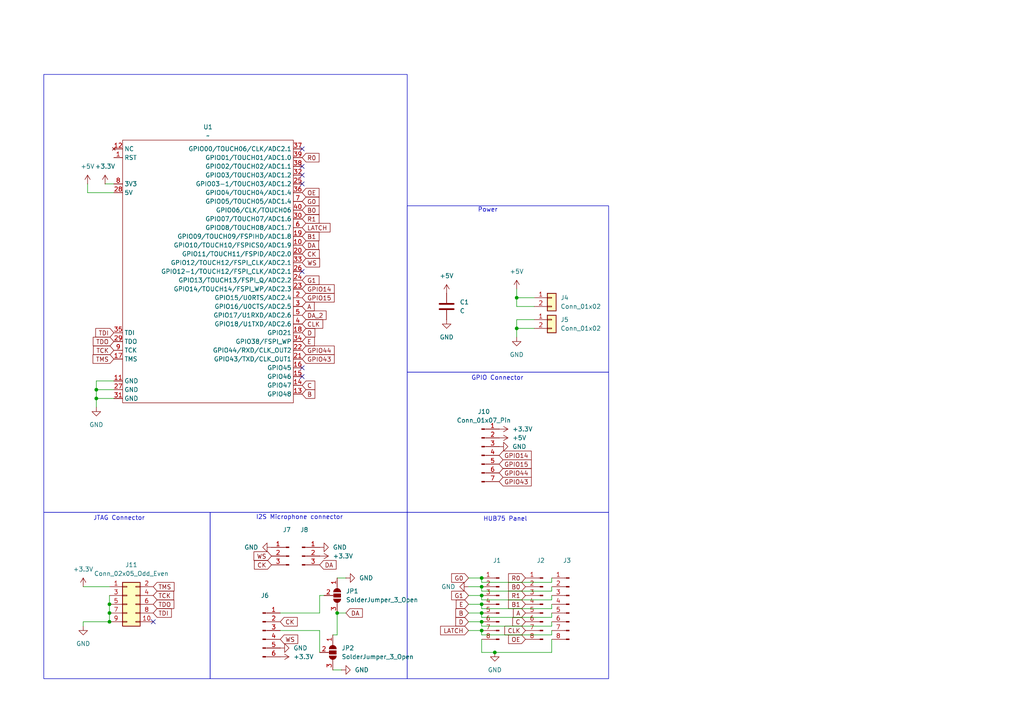
<source format=kicad_sch>
(kicad_sch
	(version 20231120)
	(generator "eeschema")
	(generator_version "8.0")
	(uuid "40e72877-baed-480b-ab61-57b0a2dac3f3")
	(paper "A4")
	(lib_symbols
		(symbol "Connector:Conn_01x03_Pin"
			(pin_names
				(offset 1.016) hide)
			(exclude_from_sim no)
			(in_bom yes)
			(on_board yes)
			(property "Reference" "J"
				(at 0 5.08 0)
				(effects
					(font
						(size 1.27 1.27)
					)
				)
			)
			(property "Value" "Conn_01x03_Pin"
				(at 0 -5.08 0)
				(effects
					(font
						(size 1.27 1.27)
					)
				)
			)
			(property "Footprint" ""
				(at 0 0 0)
				(effects
					(font
						(size 1.27 1.27)
					)
					(hide yes)
				)
			)
			(property "Datasheet" "~"
				(at 0 0 0)
				(effects
					(font
						(size 1.27 1.27)
					)
					(hide yes)
				)
			)
			(property "Description" "Generic connector, single row, 01x03, script generated"
				(at 0 0 0)
				(effects
					(font
						(size 1.27 1.27)
					)
					(hide yes)
				)
			)
			(property "ki_locked" ""
				(at 0 0 0)
				(effects
					(font
						(size 1.27 1.27)
					)
				)
			)
			(property "ki_keywords" "connector"
				(at 0 0 0)
				(effects
					(font
						(size 1.27 1.27)
					)
					(hide yes)
				)
			)
			(property "ki_fp_filters" "Connector*:*_1x??_*"
				(at 0 0 0)
				(effects
					(font
						(size 1.27 1.27)
					)
					(hide yes)
				)
			)
			(symbol "Conn_01x03_Pin_1_1"
				(polyline
					(pts
						(xy 1.27 -2.54) (xy 0.8636 -2.54)
					)
					(stroke
						(width 0.1524)
						(type default)
					)
					(fill
						(type none)
					)
				)
				(polyline
					(pts
						(xy 1.27 0) (xy 0.8636 0)
					)
					(stroke
						(width 0.1524)
						(type default)
					)
					(fill
						(type none)
					)
				)
				(polyline
					(pts
						(xy 1.27 2.54) (xy 0.8636 2.54)
					)
					(stroke
						(width 0.1524)
						(type default)
					)
					(fill
						(type none)
					)
				)
				(rectangle
					(start 0.8636 -2.413)
					(end 0 -2.667)
					(stroke
						(width 0.1524)
						(type default)
					)
					(fill
						(type outline)
					)
				)
				(rectangle
					(start 0.8636 0.127)
					(end 0 -0.127)
					(stroke
						(width 0.1524)
						(type default)
					)
					(fill
						(type outline)
					)
				)
				(rectangle
					(start 0.8636 2.667)
					(end 0 2.413)
					(stroke
						(width 0.1524)
						(type default)
					)
					(fill
						(type outline)
					)
				)
				(pin passive line
					(at 5.08 2.54 180)
					(length 3.81)
					(name "Pin_1"
						(effects
							(font
								(size 1.27 1.27)
							)
						)
					)
					(number "1"
						(effects
							(font
								(size 1.27 1.27)
							)
						)
					)
				)
				(pin passive line
					(at 5.08 0 180)
					(length 3.81)
					(name "Pin_2"
						(effects
							(font
								(size 1.27 1.27)
							)
						)
					)
					(number "2"
						(effects
							(font
								(size 1.27 1.27)
							)
						)
					)
				)
				(pin passive line
					(at 5.08 -2.54 180)
					(length 3.81)
					(name "Pin_3"
						(effects
							(font
								(size 1.27 1.27)
							)
						)
					)
					(number "3"
						(effects
							(font
								(size 1.27 1.27)
							)
						)
					)
				)
			)
		)
		(symbol "Connector:Conn_01x06_Pin"
			(pin_names
				(offset 1.016) hide)
			(exclude_from_sim no)
			(in_bom yes)
			(on_board yes)
			(property "Reference" "J"
				(at 0 7.62 0)
				(effects
					(font
						(size 1.27 1.27)
					)
				)
			)
			(property "Value" "Conn_01x06_Pin"
				(at 0 -10.16 0)
				(effects
					(font
						(size 1.27 1.27)
					)
				)
			)
			(property "Footprint" ""
				(at 0 0 0)
				(effects
					(font
						(size 1.27 1.27)
					)
					(hide yes)
				)
			)
			(property "Datasheet" "~"
				(at 0 0 0)
				(effects
					(font
						(size 1.27 1.27)
					)
					(hide yes)
				)
			)
			(property "Description" "Generic connector, single row, 01x06, script generated"
				(at 0 0 0)
				(effects
					(font
						(size 1.27 1.27)
					)
					(hide yes)
				)
			)
			(property "ki_locked" ""
				(at 0 0 0)
				(effects
					(font
						(size 1.27 1.27)
					)
				)
			)
			(property "ki_keywords" "connector"
				(at 0 0 0)
				(effects
					(font
						(size 1.27 1.27)
					)
					(hide yes)
				)
			)
			(property "ki_fp_filters" "Connector*:*_1x??_*"
				(at 0 0 0)
				(effects
					(font
						(size 1.27 1.27)
					)
					(hide yes)
				)
			)
			(symbol "Conn_01x06_Pin_1_1"
				(polyline
					(pts
						(xy 1.27 -7.62) (xy 0.8636 -7.62)
					)
					(stroke
						(width 0.1524)
						(type default)
					)
					(fill
						(type none)
					)
				)
				(polyline
					(pts
						(xy 1.27 -5.08) (xy 0.8636 -5.08)
					)
					(stroke
						(width 0.1524)
						(type default)
					)
					(fill
						(type none)
					)
				)
				(polyline
					(pts
						(xy 1.27 -2.54) (xy 0.8636 -2.54)
					)
					(stroke
						(width 0.1524)
						(type default)
					)
					(fill
						(type none)
					)
				)
				(polyline
					(pts
						(xy 1.27 0) (xy 0.8636 0)
					)
					(stroke
						(width 0.1524)
						(type default)
					)
					(fill
						(type none)
					)
				)
				(polyline
					(pts
						(xy 1.27 2.54) (xy 0.8636 2.54)
					)
					(stroke
						(width 0.1524)
						(type default)
					)
					(fill
						(type none)
					)
				)
				(polyline
					(pts
						(xy 1.27 5.08) (xy 0.8636 5.08)
					)
					(stroke
						(width 0.1524)
						(type default)
					)
					(fill
						(type none)
					)
				)
				(rectangle
					(start 0.8636 -7.493)
					(end 0 -7.747)
					(stroke
						(width 0.1524)
						(type default)
					)
					(fill
						(type outline)
					)
				)
				(rectangle
					(start 0.8636 -4.953)
					(end 0 -5.207)
					(stroke
						(width 0.1524)
						(type default)
					)
					(fill
						(type outline)
					)
				)
				(rectangle
					(start 0.8636 -2.413)
					(end 0 -2.667)
					(stroke
						(width 0.1524)
						(type default)
					)
					(fill
						(type outline)
					)
				)
				(rectangle
					(start 0.8636 0.127)
					(end 0 -0.127)
					(stroke
						(width 0.1524)
						(type default)
					)
					(fill
						(type outline)
					)
				)
				(rectangle
					(start 0.8636 2.667)
					(end 0 2.413)
					(stroke
						(width 0.1524)
						(type default)
					)
					(fill
						(type outline)
					)
				)
				(rectangle
					(start 0.8636 5.207)
					(end 0 4.953)
					(stroke
						(width 0.1524)
						(type default)
					)
					(fill
						(type outline)
					)
				)
				(pin passive line
					(at 5.08 5.08 180)
					(length 3.81)
					(name "Pin_1"
						(effects
							(font
								(size 1.27 1.27)
							)
						)
					)
					(number "1"
						(effects
							(font
								(size 1.27 1.27)
							)
						)
					)
				)
				(pin passive line
					(at 5.08 2.54 180)
					(length 3.81)
					(name "Pin_2"
						(effects
							(font
								(size 1.27 1.27)
							)
						)
					)
					(number "2"
						(effects
							(font
								(size 1.27 1.27)
							)
						)
					)
				)
				(pin passive line
					(at 5.08 0 180)
					(length 3.81)
					(name "Pin_3"
						(effects
							(font
								(size 1.27 1.27)
							)
						)
					)
					(number "3"
						(effects
							(font
								(size 1.27 1.27)
							)
						)
					)
				)
				(pin passive line
					(at 5.08 -2.54 180)
					(length 3.81)
					(name "Pin_4"
						(effects
							(font
								(size 1.27 1.27)
							)
						)
					)
					(number "4"
						(effects
							(font
								(size 1.27 1.27)
							)
						)
					)
				)
				(pin passive line
					(at 5.08 -5.08 180)
					(length 3.81)
					(name "Pin_5"
						(effects
							(font
								(size 1.27 1.27)
							)
						)
					)
					(number "5"
						(effects
							(font
								(size 1.27 1.27)
							)
						)
					)
				)
				(pin passive line
					(at 5.08 -7.62 180)
					(length 3.81)
					(name "Pin_6"
						(effects
							(font
								(size 1.27 1.27)
							)
						)
					)
					(number "6"
						(effects
							(font
								(size 1.27 1.27)
							)
						)
					)
				)
			)
		)
		(symbol "Connector:Conn_01x07_Pin"
			(pin_names
				(offset 1.016) hide)
			(exclude_from_sim no)
			(in_bom yes)
			(on_board yes)
			(property "Reference" "J"
				(at 0 10.16 0)
				(effects
					(font
						(size 1.27 1.27)
					)
				)
			)
			(property "Value" "Conn_01x07_Pin"
				(at 0 -10.16 0)
				(effects
					(font
						(size 1.27 1.27)
					)
				)
			)
			(property "Footprint" ""
				(at 0 0 0)
				(effects
					(font
						(size 1.27 1.27)
					)
					(hide yes)
				)
			)
			(property "Datasheet" "~"
				(at 0 0 0)
				(effects
					(font
						(size 1.27 1.27)
					)
					(hide yes)
				)
			)
			(property "Description" "Generic connector, single row, 01x07, script generated"
				(at 0 0 0)
				(effects
					(font
						(size 1.27 1.27)
					)
					(hide yes)
				)
			)
			(property "ki_locked" ""
				(at 0 0 0)
				(effects
					(font
						(size 1.27 1.27)
					)
				)
			)
			(property "ki_keywords" "connector"
				(at 0 0 0)
				(effects
					(font
						(size 1.27 1.27)
					)
					(hide yes)
				)
			)
			(property "ki_fp_filters" "Connector*:*_1x??_*"
				(at 0 0 0)
				(effects
					(font
						(size 1.27 1.27)
					)
					(hide yes)
				)
			)
			(symbol "Conn_01x07_Pin_1_1"
				(polyline
					(pts
						(xy 1.27 -7.62) (xy 0.8636 -7.62)
					)
					(stroke
						(width 0.1524)
						(type default)
					)
					(fill
						(type none)
					)
				)
				(polyline
					(pts
						(xy 1.27 -5.08) (xy 0.8636 -5.08)
					)
					(stroke
						(width 0.1524)
						(type default)
					)
					(fill
						(type none)
					)
				)
				(polyline
					(pts
						(xy 1.27 -2.54) (xy 0.8636 -2.54)
					)
					(stroke
						(width 0.1524)
						(type default)
					)
					(fill
						(type none)
					)
				)
				(polyline
					(pts
						(xy 1.27 0) (xy 0.8636 0)
					)
					(stroke
						(width 0.1524)
						(type default)
					)
					(fill
						(type none)
					)
				)
				(polyline
					(pts
						(xy 1.27 2.54) (xy 0.8636 2.54)
					)
					(stroke
						(width 0.1524)
						(type default)
					)
					(fill
						(type none)
					)
				)
				(polyline
					(pts
						(xy 1.27 5.08) (xy 0.8636 5.08)
					)
					(stroke
						(width 0.1524)
						(type default)
					)
					(fill
						(type none)
					)
				)
				(polyline
					(pts
						(xy 1.27 7.62) (xy 0.8636 7.62)
					)
					(stroke
						(width 0.1524)
						(type default)
					)
					(fill
						(type none)
					)
				)
				(rectangle
					(start 0.8636 -7.493)
					(end 0 -7.747)
					(stroke
						(width 0.1524)
						(type default)
					)
					(fill
						(type outline)
					)
				)
				(rectangle
					(start 0.8636 -4.953)
					(end 0 -5.207)
					(stroke
						(width 0.1524)
						(type default)
					)
					(fill
						(type outline)
					)
				)
				(rectangle
					(start 0.8636 -2.413)
					(end 0 -2.667)
					(stroke
						(width 0.1524)
						(type default)
					)
					(fill
						(type outline)
					)
				)
				(rectangle
					(start 0.8636 0.127)
					(end 0 -0.127)
					(stroke
						(width 0.1524)
						(type default)
					)
					(fill
						(type outline)
					)
				)
				(rectangle
					(start 0.8636 2.667)
					(end 0 2.413)
					(stroke
						(width 0.1524)
						(type default)
					)
					(fill
						(type outline)
					)
				)
				(rectangle
					(start 0.8636 5.207)
					(end 0 4.953)
					(stroke
						(width 0.1524)
						(type default)
					)
					(fill
						(type outline)
					)
				)
				(rectangle
					(start 0.8636 7.747)
					(end 0 7.493)
					(stroke
						(width 0.1524)
						(type default)
					)
					(fill
						(type outline)
					)
				)
				(pin passive line
					(at 5.08 7.62 180)
					(length 3.81)
					(name "Pin_1"
						(effects
							(font
								(size 1.27 1.27)
							)
						)
					)
					(number "1"
						(effects
							(font
								(size 1.27 1.27)
							)
						)
					)
				)
				(pin passive line
					(at 5.08 5.08 180)
					(length 3.81)
					(name "Pin_2"
						(effects
							(font
								(size 1.27 1.27)
							)
						)
					)
					(number "2"
						(effects
							(font
								(size 1.27 1.27)
							)
						)
					)
				)
				(pin passive line
					(at 5.08 2.54 180)
					(length 3.81)
					(name "Pin_3"
						(effects
							(font
								(size 1.27 1.27)
							)
						)
					)
					(number "3"
						(effects
							(font
								(size 1.27 1.27)
							)
						)
					)
				)
				(pin passive line
					(at 5.08 0 180)
					(length 3.81)
					(name "Pin_4"
						(effects
							(font
								(size 1.27 1.27)
							)
						)
					)
					(number "4"
						(effects
							(font
								(size 1.27 1.27)
							)
						)
					)
				)
				(pin passive line
					(at 5.08 -2.54 180)
					(length 3.81)
					(name "Pin_5"
						(effects
							(font
								(size 1.27 1.27)
							)
						)
					)
					(number "5"
						(effects
							(font
								(size 1.27 1.27)
							)
						)
					)
				)
				(pin passive line
					(at 5.08 -5.08 180)
					(length 3.81)
					(name "Pin_6"
						(effects
							(font
								(size 1.27 1.27)
							)
						)
					)
					(number "6"
						(effects
							(font
								(size 1.27 1.27)
							)
						)
					)
				)
				(pin passive line
					(at 5.08 -7.62 180)
					(length 3.81)
					(name "Pin_7"
						(effects
							(font
								(size 1.27 1.27)
							)
						)
					)
					(number "7"
						(effects
							(font
								(size 1.27 1.27)
							)
						)
					)
				)
			)
		)
		(symbol "Connector:Conn_01x08_Pin"
			(pin_names
				(offset 1.016) hide)
			(exclude_from_sim no)
			(in_bom yes)
			(on_board yes)
			(property "Reference" "J"
				(at 0 10.16 0)
				(effects
					(font
						(size 1.27 1.27)
					)
				)
			)
			(property "Value" "Conn_01x08_Pin"
				(at 0 -12.7 0)
				(effects
					(font
						(size 1.27 1.27)
					)
				)
			)
			(property "Footprint" ""
				(at 0 0 0)
				(effects
					(font
						(size 1.27 1.27)
					)
					(hide yes)
				)
			)
			(property "Datasheet" "~"
				(at 0 0 0)
				(effects
					(font
						(size 1.27 1.27)
					)
					(hide yes)
				)
			)
			(property "Description" "Generic connector, single row, 01x08, script generated"
				(at 0 0 0)
				(effects
					(font
						(size 1.27 1.27)
					)
					(hide yes)
				)
			)
			(property "ki_locked" ""
				(at 0 0 0)
				(effects
					(font
						(size 1.27 1.27)
					)
				)
			)
			(property "ki_keywords" "connector"
				(at 0 0 0)
				(effects
					(font
						(size 1.27 1.27)
					)
					(hide yes)
				)
			)
			(property "ki_fp_filters" "Connector*:*_1x??_*"
				(at 0 0 0)
				(effects
					(font
						(size 1.27 1.27)
					)
					(hide yes)
				)
			)
			(symbol "Conn_01x08_Pin_1_1"
				(polyline
					(pts
						(xy 1.27 -10.16) (xy 0.8636 -10.16)
					)
					(stroke
						(width 0.1524)
						(type default)
					)
					(fill
						(type none)
					)
				)
				(polyline
					(pts
						(xy 1.27 -7.62) (xy 0.8636 -7.62)
					)
					(stroke
						(width 0.1524)
						(type default)
					)
					(fill
						(type none)
					)
				)
				(polyline
					(pts
						(xy 1.27 -5.08) (xy 0.8636 -5.08)
					)
					(stroke
						(width 0.1524)
						(type default)
					)
					(fill
						(type none)
					)
				)
				(polyline
					(pts
						(xy 1.27 -2.54) (xy 0.8636 -2.54)
					)
					(stroke
						(width 0.1524)
						(type default)
					)
					(fill
						(type none)
					)
				)
				(polyline
					(pts
						(xy 1.27 0) (xy 0.8636 0)
					)
					(stroke
						(width 0.1524)
						(type default)
					)
					(fill
						(type none)
					)
				)
				(polyline
					(pts
						(xy 1.27 2.54) (xy 0.8636 2.54)
					)
					(stroke
						(width 0.1524)
						(type default)
					)
					(fill
						(type none)
					)
				)
				(polyline
					(pts
						(xy 1.27 5.08) (xy 0.8636 5.08)
					)
					(stroke
						(width 0.1524)
						(type default)
					)
					(fill
						(type none)
					)
				)
				(polyline
					(pts
						(xy 1.27 7.62) (xy 0.8636 7.62)
					)
					(stroke
						(width 0.1524)
						(type default)
					)
					(fill
						(type none)
					)
				)
				(rectangle
					(start 0.8636 -10.033)
					(end 0 -10.287)
					(stroke
						(width 0.1524)
						(type default)
					)
					(fill
						(type outline)
					)
				)
				(rectangle
					(start 0.8636 -7.493)
					(end 0 -7.747)
					(stroke
						(width 0.1524)
						(type default)
					)
					(fill
						(type outline)
					)
				)
				(rectangle
					(start 0.8636 -4.953)
					(end 0 -5.207)
					(stroke
						(width 0.1524)
						(type default)
					)
					(fill
						(type outline)
					)
				)
				(rectangle
					(start 0.8636 -2.413)
					(end 0 -2.667)
					(stroke
						(width 0.1524)
						(type default)
					)
					(fill
						(type outline)
					)
				)
				(rectangle
					(start 0.8636 0.127)
					(end 0 -0.127)
					(stroke
						(width 0.1524)
						(type default)
					)
					(fill
						(type outline)
					)
				)
				(rectangle
					(start 0.8636 2.667)
					(end 0 2.413)
					(stroke
						(width 0.1524)
						(type default)
					)
					(fill
						(type outline)
					)
				)
				(rectangle
					(start 0.8636 5.207)
					(end 0 4.953)
					(stroke
						(width 0.1524)
						(type default)
					)
					(fill
						(type outline)
					)
				)
				(rectangle
					(start 0.8636 7.747)
					(end 0 7.493)
					(stroke
						(width 0.1524)
						(type default)
					)
					(fill
						(type outline)
					)
				)
				(pin passive line
					(at 5.08 7.62 180)
					(length 3.81)
					(name "Pin_1"
						(effects
							(font
								(size 1.27 1.27)
							)
						)
					)
					(number "1"
						(effects
							(font
								(size 1.27 1.27)
							)
						)
					)
				)
				(pin passive line
					(at 5.08 5.08 180)
					(length 3.81)
					(name "Pin_2"
						(effects
							(font
								(size 1.27 1.27)
							)
						)
					)
					(number "2"
						(effects
							(font
								(size 1.27 1.27)
							)
						)
					)
				)
				(pin passive line
					(at 5.08 2.54 180)
					(length 3.81)
					(name "Pin_3"
						(effects
							(font
								(size 1.27 1.27)
							)
						)
					)
					(number "3"
						(effects
							(font
								(size 1.27 1.27)
							)
						)
					)
				)
				(pin passive line
					(at 5.08 0 180)
					(length 3.81)
					(name "Pin_4"
						(effects
							(font
								(size 1.27 1.27)
							)
						)
					)
					(number "4"
						(effects
							(font
								(size 1.27 1.27)
							)
						)
					)
				)
				(pin passive line
					(at 5.08 -2.54 180)
					(length 3.81)
					(name "Pin_5"
						(effects
							(font
								(size 1.27 1.27)
							)
						)
					)
					(number "5"
						(effects
							(font
								(size 1.27 1.27)
							)
						)
					)
				)
				(pin passive line
					(at 5.08 -5.08 180)
					(length 3.81)
					(name "Pin_6"
						(effects
							(font
								(size 1.27 1.27)
							)
						)
					)
					(number "6"
						(effects
							(font
								(size 1.27 1.27)
							)
						)
					)
				)
				(pin passive line
					(at 5.08 -7.62 180)
					(length 3.81)
					(name "Pin_7"
						(effects
							(font
								(size 1.27 1.27)
							)
						)
					)
					(number "7"
						(effects
							(font
								(size 1.27 1.27)
							)
						)
					)
				)
				(pin passive line
					(at 5.08 -10.16 180)
					(length 3.81)
					(name "Pin_8"
						(effects
							(font
								(size 1.27 1.27)
							)
						)
					)
					(number "8"
						(effects
							(font
								(size 1.27 1.27)
							)
						)
					)
				)
			)
		)
		(symbol "Connector_Generic:Conn_01x02"
			(pin_names
				(offset 1.016) hide)
			(exclude_from_sim no)
			(in_bom yes)
			(on_board yes)
			(property "Reference" "J"
				(at 0 2.54 0)
				(effects
					(font
						(size 1.27 1.27)
					)
				)
			)
			(property "Value" "Conn_01x02"
				(at 0 -5.08 0)
				(effects
					(font
						(size 1.27 1.27)
					)
				)
			)
			(property "Footprint" ""
				(at 0 0 0)
				(effects
					(font
						(size 1.27 1.27)
					)
					(hide yes)
				)
			)
			(property "Datasheet" "~"
				(at 0 0 0)
				(effects
					(font
						(size 1.27 1.27)
					)
					(hide yes)
				)
			)
			(property "Description" "Generic connector, single row, 01x02, script generated (kicad-library-utils/schlib/autogen/connector/)"
				(at 0 0 0)
				(effects
					(font
						(size 1.27 1.27)
					)
					(hide yes)
				)
			)
			(property "ki_keywords" "connector"
				(at 0 0 0)
				(effects
					(font
						(size 1.27 1.27)
					)
					(hide yes)
				)
			)
			(property "ki_fp_filters" "Connector*:*_1x??_*"
				(at 0 0 0)
				(effects
					(font
						(size 1.27 1.27)
					)
					(hide yes)
				)
			)
			(symbol "Conn_01x02_1_1"
				(rectangle
					(start -1.27 -2.413)
					(end 0 -2.667)
					(stroke
						(width 0.1524)
						(type default)
					)
					(fill
						(type none)
					)
				)
				(rectangle
					(start -1.27 0.127)
					(end 0 -0.127)
					(stroke
						(width 0.1524)
						(type default)
					)
					(fill
						(type none)
					)
				)
				(rectangle
					(start -1.27 1.27)
					(end 1.27 -3.81)
					(stroke
						(width 0.254)
						(type default)
					)
					(fill
						(type background)
					)
				)
				(pin passive line
					(at -5.08 0 0)
					(length 3.81)
					(name "Pin_1"
						(effects
							(font
								(size 1.27 1.27)
							)
						)
					)
					(number "1"
						(effects
							(font
								(size 1.27 1.27)
							)
						)
					)
				)
				(pin passive line
					(at -5.08 -2.54 0)
					(length 3.81)
					(name "Pin_2"
						(effects
							(font
								(size 1.27 1.27)
							)
						)
					)
					(number "2"
						(effects
							(font
								(size 1.27 1.27)
							)
						)
					)
				)
			)
		)
		(symbol "Connector_Generic:Conn_02x05_Odd_Even"
			(pin_names
				(offset 1.016) hide)
			(exclude_from_sim no)
			(in_bom yes)
			(on_board yes)
			(property "Reference" "J"
				(at 1.27 7.62 0)
				(effects
					(font
						(size 1.27 1.27)
					)
				)
			)
			(property "Value" "Conn_02x05_Odd_Even"
				(at 1.27 -7.62 0)
				(effects
					(font
						(size 1.27 1.27)
					)
				)
			)
			(property "Footprint" ""
				(at 0 0 0)
				(effects
					(font
						(size 1.27 1.27)
					)
					(hide yes)
				)
			)
			(property "Datasheet" "~"
				(at 0 0 0)
				(effects
					(font
						(size 1.27 1.27)
					)
					(hide yes)
				)
			)
			(property "Description" "Generic connector, double row, 02x05, odd/even pin numbering scheme (row 1 odd numbers, row 2 even numbers), script generated (kicad-library-utils/schlib/autogen/connector/)"
				(at 0 0 0)
				(effects
					(font
						(size 1.27 1.27)
					)
					(hide yes)
				)
			)
			(property "ki_keywords" "connector"
				(at 0 0 0)
				(effects
					(font
						(size 1.27 1.27)
					)
					(hide yes)
				)
			)
			(property "ki_fp_filters" "Connector*:*_2x??_*"
				(at 0 0 0)
				(effects
					(font
						(size 1.27 1.27)
					)
					(hide yes)
				)
			)
			(symbol "Conn_02x05_Odd_Even_1_1"
				(rectangle
					(start -1.27 -4.953)
					(end 0 -5.207)
					(stroke
						(width 0.1524)
						(type default)
					)
					(fill
						(type none)
					)
				)
				(rectangle
					(start -1.27 -2.413)
					(end 0 -2.667)
					(stroke
						(width 0.1524)
						(type default)
					)
					(fill
						(type none)
					)
				)
				(rectangle
					(start -1.27 0.127)
					(end 0 -0.127)
					(stroke
						(width 0.1524)
						(type default)
					)
					(fill
						(type none)
					)
				)
				(rectangle
					(start -1.27 2.667)
					(end 0 2.413)
					(stroke
						(width 0.1524)
						(type default)
					)
					(fill
						(type none)
					)
				)
				(rectangle
					(start -1.27 5.207)
					(end 0 4.953)
					(stroke
						(width 0.1524)
						(type default)
					)
					(fill
						(type none)
					)
				)
				(rectangle
					(start -1.27 6.35)
					(end 3.81 -6.35)
					(stroke
						(width 0.254)
						(type default)
					)
					(fill
						(type background)
					)
				)
				(rectangle
					(start 3.81 -4.953)
					(end 2.54 -5.207)
					(stroke
						(width 0.1524)
						(type default)
					)
					(fill
						(type none)
					)
				)
				(rectangle
					(start 3.81 -2.413)
					(end 2.54 -2.667)
					(stroke
						(width 0.1524)
						(type default)
					)
					(fill
						(type none)
					)
				)
				(rectangle
					(start 3.81 0.127)
					(end 2.54 -0.127)
					(stroke
						(width 0.1524)
						(type default)
					)
					(fill
						(type none)
					)
				)
				(rectangle
					(start 3.81 2.667)
					(end 2.54 2.413)
					(stroke
						(width 0.1524)
						(type default)
					)
					(fill
						(type none)
					)
				)
				(rectangle
					(start 3.81 5.207)
					(end 2.54 4.953)
					(stroke
						(width 0.1524)
						(type default)
					)
					(fill
						(type none)
					)
				)
				(pin passive line
					(at -5.08 5.08 0)
					(length 3.81)
					(name "Pin_1"
						(effects
							(font
								(size 1.27 1.27)
							)
						)
					)
					(number "1"
						(effects
							(font
								(size 1.27 1.27)
							)
						)
					)
				)
				(pin passive line
					(at 7.62 -5.08 180)
					(length 3.81)
					(name "Pin_10"
						(effects
							(font
								(size 1.27 1.27)
							)
						)
					)
					(number "10"
						(effects
							(font
								(size 1.27 1.27)
							)
						)
					)
				)
				(pin passive line
					(at 7.62 5.08 180)
					(length 3.81)
					(name "Pin_2"
						(effects
							(font
								(size 1.27 1.27)
							)
						)
					)
					(number "2"
						(effects
							(font
								(size 1.27 1.27)
							)
						)
					)
				)
				(pin passive line
					(at -5.08 2.54 0)
					(length 3.81)
					(name "Pin_3"
						(effects
							(font
								(size 1.27 1.27)
							)
						)
					)
					(number "3"
						(effects
							(font
								(size 1.27 1.27)
							)
						)
					)
				)
				(pin passive line
					(at 7.62 2.54 180)
					(length 3.81)
					(name "Pin_4"
						(effects
							(font
								(size 1.27 1.27)
							)
						)
					)
					(number "4"
						(effects
							(font
								(size 1.27 1.27)
							)
						)
					)
				)
				(pin passive line
					(at -5.08 0 0)
					(length 3.81)
					(name "Pin_5"
						(effects
							(font
								(size 1.27 1.27)
							)
						)
					)
					(number "5"
						(effects
							(font
								(size 1.27 1.27)
							)
						)
					)
				)
				(pin passive line
					(at 7.62 0 180)
					(length 3.81)
					(name "Pin_6"
						(effects
							(font
								(size 1.27 1.27)
							)
						)
					)
					(number "6"
						(effects
							(font
								(size 1.27 1.27)
							)
						)
					)
				)
				(pin passive line
					(at -5.08 -2.54 0)
					(length 3.81)
					(name "Pin_7"
						(effects
							(font
								(size 1.27 1.27)
							)
						)
					)
					(number "7"
						(effects
							(font
								(size 1.27 1.27)
							)
						)
					)
				)
				(pin passive line
					(at 7.62 -2.54 180)
					(length 3.81)
					(name "Pin_8"
						(effects
							(font
								(size 1.27 1.27)
							)
						)
					)
					(number "8"
						(effects
							(font
								(size 1.27 1.27)
							)
						)
					)
				)
				(pin passive line
					(at -5.08 -5.08 0)
					(length 3.81)
					(name "Pin_9"
						(effects
							(font
								(size 1.27 1.27)
							)
						)
					)
					(number "9"
						(effects
							(font
								(size 1.27 1.27)
							)
						)
					)
				)
			)
		)
		(symbol "Device:C"
			(pin_numbers hide)
			(pin_names
				(offset 0.254)
			)
			(exclude_from_sim no)
			(in_bom yes)
			(on_board yes)
			(property "Reference" "C"
				(at 0.635 2.54 0)
				(effects
					(font
						(size 1.27 1.27)
					)
					(justify left)
				)
			)
			(property "Value" "C"
				(at 0.635 -2.54 0)
				(effects
					(font
						(size 1.27 1.27)
					)
					(justify left)
				)
			)
			(property "Footprint" ""
				(at 0.9652 -3.81 0)
				(effects
					(font
						(size 1.27 1.27)
					)
					(hide yes)
				)
			)
			(property "Datasheet" "~"
				(at 0 0 0)
				(effects
					(font
						(size 1.27 1.27)
					)
					(hide yes)
				)
			)
			(property "Description" "Unpolarized capacitor"
				(at 0 0 0)
				(effects
					(font
						(size 1.27 1.27)
					)
					(hide yes)
				)
			)
			(property "ki_keywords" "cap capacitor"
				(at 0 0 0)
				(effects
					(font
						(size 1.27 1.27)
					)
					(hide yes)
				)
			)
			(property "ki_fp_filters" "C_*"
				(at 0 0 0)
				(effects
					(font
						(size 1.27 1.27)
					)
					(hide yes)
				)
			)
			(symbol "C_0_1"
				(polyline
					(pts
						(xy -2.032 -0.762) (xy 2.032 -0.762)
					)
					(stroke
						(width 0.508)
						(type default)
					)
					(fill
						(type none)
					)
				)
				(polyline
					(pts
						(xy -2.032 0.762) (xy 2.032 0.762)
					)
					(stroke
						(width 0.508)
						(type default)
					)
					(fill
						(type none)
					)
				)
			)
			(symbol "C_1_1"
				(pin passive line
					(at 0 3.81 270)
					(length 2.794)
					(name "~"
						(effects
							(font
								(size 1.27 1.27)
							)
						)
					)
					(number "1"
						(effects
							(font
								(size 1.27 1.27)
							)
						)
					)
				)
				(pin passive line
					(at 0 -3.81 90)
					(length 2.794)
					(name "~"
						(effects
							(font
								(size 1.27 1.27)
							)
						)
					)
					(number "2"
						(effects
							(font
								(size 1.27 1.27)
							)
						)
					)
				)
			)
		)
		(symbol "Jumper:SolderJumper_3_Open"
			(pin_names
				(offset 0) hide)
			(exclude_from_sim yes)
			(in_bom no)
			(on_board yes)
			(property "Reference" "JP"
				(at -2.54 -2.54 0)
				(effects
					(font
						(size 1.27 1.27)
					)
				)
			)
			(property "Value" "SolderJumper_3_Open"
				(at 0 2.794 0)
				(effects
					(font
						(size 1.27 1.27)
					)
				)
			)
			(property "Footprint" ""
				(at 0 0 0)
				(effects
					(font
						(size 1.27 1.27)
					)
					(hide yes)
				)
			)
			(property "Datasheet" "~"
				(at 0 0 0)
				(effects
					(font
						(size 1.27 1.27)
					)
					(hide yes)
				)
			)
			(property "Description" "Solder Jumper, 3-pole, open"
				(at 0 0 0)
				(effects
					(font
						(size 1.27 1.27)
					)
					(hide yes)
				)
			)
			(property "ki_keywords" "Solder Jumper SPDT"
				(at 0 0 0)
				(effects
					(font
						(size 1.27 1.27)
					)
					(hide yes)
				)
			)
			(property "ki_fp_filters" "SolderJumper*Open*"
				(at 0 0 0)
				(effects
					(font
						(size 1.27 1.27)
					)
					(hide yes)
				)
			)
			(symbol "SolderJumper_3_Open_0_1"
				(arc
					(start -1.016 1.016)
					(mid -2.0276 0)
					(end -1.016 -1.016)
					(stroke
						(width 0)
						(type default)
					)
					(fill
						(type none)
					)
				)
				(arc
					(start -1.016 1.016)
					(mid -2.0276 0)
					(end -1.016 -1.016)
					(stroke
						(width 0)
						(type default)
					)
					(fill
						(type outline)
					)
				)
				(rectangle
					(start -0.508 1.016)
					(end 0.508 -1.016)
					(stroke
						(width 0)
						(type default)
					)
					(fill
						(type outline)
					)
				)
				(polyline
					(pts
						(xy -2.54 0) (xy -2.032 0)
					)
					(stroke
						(width 0)
						(type default)
					)
					(fill
						(type none)
					)
				)
				(polyline
					(pts
						(xy -1.016 1.016) (xy -1.016 -1.016)
					)
					(stroke
						(width 0)
						(type default)
					)
					(fill
						(type none)
					)
				)
				(polyline
					(pts
						(xy 0 -1.27) (xy 0 -1.016)
					)
					(stroke
						(width 0)
						(type default)
					)
					(fill
						(type none)
					)
				)
				(polyline
					(pts
						(xy 1.016 1.016) (xy 1.016 -1.016)
					)
					(stroke
						(width 0)
						(type default)
					)
					(fill
						(type none)
					)
				)
				(polyline
					(pts
						(xy 2.54 0) (xy 2.032 0)
					)
					(stroke
						(width 0)
						(type default)
					)
					(fill
						(type none)
					)
				)
				(arc
					(start 1.016 -1.016)
					(mid 2.0276 0)
					(end 1.016 1.016)
					(stroke
						(width 0)
						(type default)
					)
					(fill
						(type none)
					)
				)
				(arc
					(start 1.016 -1.016)
					(mid 2.0276 0)
					(end 1.016 1.016)
					(stroke
						(width 0)
						(type default)
					)
					(fill
						(type outline)
					)
				)
			)
			(symbol "SolderJumper_3_Open_1_1"
				(pin passive line
					(at -5.08 0 0)
					(length 2.54)
					(name "A"
						(effects
							(font
								(size 1.27 1.27)
							)
						)
					)
					(number "1"
						(effects
							(font
								(size 1.27 1.27)
							)
						)
					)
				)
				(pin passive line
					(at 0 -3.81 90)
					(length 2.54)
					(name "C"
						(effects
							(font
								(size 1.27 1.27)
							)
						)
					)
					(number "2"
						(effects
							(font
								(size 1.27 1.27)
							)
						)
					)
				)
				(pin passive line
					(at 5.08 0 180)
					(length 2.54)
					(name "B"
						(effects
							(font
								(size 1.27 1.27)
							)
						)
					)
					(number "3"
						(effects
							(font
								(size 1.27 1.27)
							)
						)
					)
				)
			)
		)
		(symbol "power:+3.3V"
			(power)
			(pin_numbers hide)
			(pin_names
				(offset 0) hide)
			(exclude_from_sim no)
			(in_bom yes)
			(on_board yes)
			(property "Reference" "#PWR"
				(at 0 -3.81 0)
				(effects
					(font
						(size 1.27 1.27)
					)
					(hide yes)
				)
			)
			(property "Value" "+3.3V"
				(at 0 3.556 0)
				(effects
					(font
						(size 1.27 1.27)
					)
				)
			)
			(property "Footprint" ""
				(at 0 0 0)
				(effects
					(font
						(size 1.27 1.27)
					)
					(hide yes)
				)
			)
			(property "Datasheet" ""
				(at 0 0 0)
				(effects
					(font
						(size 1.27 1.27)
					)
					(hide yes)
				)
			)
			(property "Description" "Power symbol creates a global label with name \"+3.3V\""
				(at 0 0 0)
				(effects
					(font
						(size 1.27 1.27)
					)
					(hide yes)
				)
			)
			(property "ki_keywords" "global power"
				(at 0 0 0)
				(effects
					(font
						(size 1.27 1.27)
					)
					(hide yes)
				)
			)
			(symbol "+3.3V_0_1"
				(polyline
					(pts
						(xy -0.762 1.27) (xy 0 2.54)
					)
					(stroke
						(width 0)
						(type default)
					)
					(fill
						(type none)
					)
				)
				(polyline
					(pts
						(xy 0 0) (xy 0 2.54)
					)
					(stroke
						(width 0)
						(type default)
					)
					(fill
						(type none)
					)
				)
				(polyline
					(pts
						(xy 0 2.54) (xy 0.762 1.27)
					)
					(stroke
						(width 0)
						(type default)
					)
					(fill
						(type none)
					)
				)
			)
			(symbol "+3.3V_1_1"
				(pin power_in line
					(at 0 0 90)
					(length 0)
					(name "~"
						(effects
							(font
								(size 1.27 1.27)
							)
						)
					)
					(number "1"
						(effects
							(font
								(size 1.27 1.27)
							)
						)
					)
				)
			)
		)
		(symbol "power:+5V"
			(power)
			(pin_numbers hide)
			(pin_names
				(offset 0) hide)
			(exclude_from_sim no)
			(in_bom yes)
			(on_board yes)
			(property "Reference" "#PWR"
				(at 0 -3.81 0)
				(effects
					(font
						(size 1.27 1.27)
					)
					(hide yes)
				)
			)
			(property "Value" "+5V"
				(at 0 3.556 0)
				(effects
					(font
						(size 1.27 1.27)
					)
				)
			)
			(property "Footprint" ""
				(at 0 0 0)
				(effects
					(font
						(size 1.27 1.27)
					)
					(hide yes)
				)
			)
			(property "Datasheet" ""
				(at 0 0 0)
				(effects
					(font
						(size 1.27 1.27)
					)
					(hide yes)
				)
			)
			(property "Description" "Power symbol creates a global label with name \"+5V\""
				(at 0 0 0)
				(effects
					(font
						(size 1.27 1.27)
					)
					(hide yes)
				)
			)
			(property "ki_keywords" "global power"
				(at 0 0 0)
				(effects
					(font
						(size 1.27 1.27)
					)
					(hide yes)
				)
			)
			(symbol "+5V_0_1"
				(polyline
					(pts
						(xy -0.762 1.27) (xy 0 2.54)
					)
					(stroke
						(width 0)
						(type default)
					)
					(fill
						(type none)
					)
				)
				(polyline
					(pts
						(xy 0 0) (xy 0 2.54)
					)
					(stroke
						(width 0)
						(type default)
					)
					(fill
						(type none)
					)
				)
				(polyline
					(pts
						(xy 0 2.54) (xy 0.762 1.27)
					)
					(stroke
						(width 0)
						(type default)
					)
					(fill
						(type none)
					)
				)
			)
			(symbol "+5V_1_1"
				(pin power_in line
					(at 0 0 90)
					(length 0)
					(name "~"
						(effects
							(font
								(size 1.27 1.27)
							)
						)
					)
					(number "1"
						(effects
							(font
								(size 1.27 1.27)
							)
						)
					)
				)
			)
		)
		(symbol "power:GND"
			(power)
			(pin_numbers hide)
			(pin_names
				(offset 0) hide)
			(exclude_from_sim no)
			(in_bom yes)
			(on_board yes)
			(property "Reference" "#PWR"
				(at 0 -6.35 0)
				(effects
					(font
						(size 1.27 1.27)
					)
					(hide yes)
				)
			)
			(property "Value" "GND"
				(at 0 -3.81 0)
				(effects
					(font
						(size 1.27 1.27)
					)
				)
			)
			(property "Footprint" ""
				(at 0 0 0)
				(effects
					(font
						(size 1.27 1.27)
					)
					(hide yes)
				)
			)
			(property "Datasheet" ""
				(at 0 0 0)
				(effects
					(font
						(size 1.27 1.27)
					)
					(hide yes)
				)
			)
			(property "Description" "Power symbol creates a global label with name \"GND\" , ground"
				(at 0 0 0)
				(effects
					(font
						(size 1.27 1.27)
					)
					(hide yes)
				)
			)
			(property "ki_keywords" "global power"
				(at 0 0 0)
				(effects
					(font
						(size 1.27 1.27)
					)
					(hide yes)
				)
			)
			(symbol "GND_0_1"
				(polyline
					(pts
						(xy 0 0) (xy 0 -1.27) (xy 1.27 -1.27) (xy 0 -2.54) (xy -1.27 -1.27) (xy 0 -1.27)
					)
					(stroke
						(width 0)
						(type default)
					)
					(fill
						(type none)
					)
				)
			)
			(symbol "GND_1_1"
				(pin power_in line
					(at 0 0 270)
					(length 0)
					(name "~"
						(effects
							(font
								(size 1.27 1.27)
							)
						)
					)
					(number "1"
						(effects
							(font
								(size 1.27 1.27)
							)
						)
					)
				)
			)
		)
		(symbol "userlib_sym:Lilygo-T7_S3"
			(exclude_from_sim no)
			(in_bom yes)
			(on_board yes)
			(property "Reference" "U1"
				(at 1.905 3.81 0)
				(effects
					(font
						(size 1.27 1.27)
					)
				)
			)
			(property "Value" "~"
				(at 1.905 1.27 0)
				(effects
					(font
						(size 1.27 1.27)
					)
				)
			)
			(property "Footprint" "userlib_foot:Lillygo T7-S3"
				(at 1.016 1.27 0)
				(effects
					(font
						(size 1.27 1.27)
					)
					(hide yes)
				)
			)
			(property "Datasheet" ""
				(at 1.016 1.27 0)
				(effects
					(font
						(size 1.27 1.27)
					)
					(hide yes)
				)
			)
			(property "Description" ""
				(at 1.016 1.27 0)
				(effects
					(font
						(size 1.27 1.27)
					)
					(hide yes)
				)
			)
			(symbol "Lilygo-T7_S3_0_1"
				(rectangle
					(start -22.86 0)
					(end 26.67 -76.2)
					(stroke
						(width 0)
						(type default)
					)
					(fill
						(type none)
					)
				)
			)
			(symbol "Lilygo-T7_S3_1_1"
				(pin input line
					(at -25.4 -5.08 0)
					(length 2.54)
					(name "RST"
						(effects
							(font
								(size 1.27 1.27)
							)
						)
					)
					(number "1"
						(effects
							(font
								(size 1.27 1.27)
							)
						)
					)
				)
				(pin bidirectional line
					(at 29.21 -30.48 180)
					(length 2.54)
					(name "GPIO10/TOUCH10/FSPICS0/ADC1.9"
						(effects
							(font
								(size 1.27 1.27)
							)
						)
					)
					(number "10"
						(effects
							(font
								(size 1.27 1.27)
							)
						)
					)
				)
				(pin power_in line
					(at -25.4 -69.85 0)
					(length 2.54)
					(name "GND"
						(effects
							(font
								(size 1.27 1.27)
							)
						)
					)
					(number "11"
						(effects
							(font
								(size 1.27 1.27)
							)
						)
					)
				)
				(pin no_connect line
					(at -25.4 -2.54 0)
					(length 2.54)
					(name "NC"
						(effects
							(font
								(size 1.27 1.27)
							)
						)
					)
					(number "12"
						(effects
							(font
								(size 1.27 1.27)
							)
						)
					)
				)
				(pin bidirectional line
					(at 29.21 -73.66 180)
					(length 2.54)
					(name "GPIO48"
						(effects
							(font
								(size 1.27 1.27)
							)
						)
					)
					(number "13"
						(effects
							(font
								(size 1.27 1.27)
							)
						)
					)
				)
				(pin bidirectional line
					(at 29.21 -71.12 180)
					(length 2.54)
					(name "GPIO47"
						(effects
							(font
								(size 1.27 1.27)
							)
						)
					)
					(number "14"
						(effects
							(font
								(size 1.27 1.27)
							)
						)
					)
				)
				(pin bidirectional line
					(at 29.21 -68.58 180)
					(length 2.54)
					(name "GPIO46"
						(effects
							(font
								(size 1.27 1.27)
							)
						)
					)
					(number "15"
						(effects
							(font
								(size 1.27 1.27)
							)
						)
					)
				)
				(pin bidirectional line
					(at 29.21 -66.04 180)
					(length 2.54)
					(name "GPIO45"
						(effects
							(font
								(size 1.27 1.27)
							)
						)
					)
					(number "16"
						(effects
							(font
								(size 1.27 1.27)
							)
						)
					)
				)
				(pin input line
					(at -25.4 -63.5 0)
					(length 2.54)
					(name "TMS"
						(effects
							(font
								(size 1.27 1.27)
							)
						)
					)
					(number "17"
						(effects
							(font
								(size 1.27 1.27)
							)
						)
					)
				)
				(pin bidirectional line
					(at 29.21 -55.88 180)
					(length 2.54)
					(name "GPIO21"
						(effects
							(font
								(size 1.27 1.27)
							)
						)
					)
					(number "18"
						(effects
							(font
								(size 1.27 1.27)
							)
						)
					)
				)
				(pin bidirectional line
					(at 29.21 -27.94 180)
					(length 2.54)
					(name "GPIO09/TOUCH09/FSPIHD/ADC1.8"
						(effects
							(font
								(size 1.27 1.27)
							)
						)
					)
					(number "19"
						(effects
							(font
								(size 1.27 1.27)
							)
						)
					)
				)
				(pin bidirectional line
					(at 29.21 -45.72 180)
					(length 2.54)
					(name "GPIO15/U0RTS/ADC2.4"
						(effects
							(font
								(size 1.27 1.27)
							)
						)
					)
					(number "2"
						(effects
							(font
								(size 1.27 1.27)
							)
						)
					)
				)
				(pin bidirectional line
					(at 29.21 -33.02 180)
					(length 2.54)
					(name "GPIO11/TOUCH11/FSPID/ADC2.0"
						(effects
							(font
								(size 1.27 1.27)
							)
						)
					)
					(number "20"
						(effects
							(font
								(size 1.27 1.27)
							)
						)
					)
				)
				(pin bidirectional line
					(at 29.21 -63.5 180)
					(length 2.54)
					(name "GPIO43/TXD/CLK_OUT1"
						(effects
							(font
								(size 1.27 1.27)
							)
						)
					)
					(number "21"
						(effects
							(font
								(size 1.27 1.27)
							)
						)
					)
				)
				(pin bidirectional line
					(at 29.21 -60.96 180)
					(length 2.54)
					(name "GPIO44/RXD/CLK_OUT2"
						(effects
							(font
								(size 1.27 1.27)
							)
						)
					)
					(number "22"
						(effects
							(font
								(size 1.27 1.27)
							)
						)
					)
				)
				(pin bidirectional line
					(at 29.21 -43.18 180)
					(length 2.54)
					(name "GPIO14/TOUCH14/FSPI_WP/ADC2.3"
						(effects
							(font
								(size 1.27 1.27)
							)
						)
					)
					(number "23"
						(effects
							(font
								(size 1.27 1.27)
							)
						)
					)
				)
				(pin bidirectional line
					(at 29.21 -40.64 180)
					(length 2.54)
					(name "GPIO13/TOUCH13/FSPI_Q/ADC2.2"
						(effects
							(font
								(size 1.27 1.27)
							)
						)
					)
					(number "24"
						(effects
							(font
								(size 1.27 1.27)
							)
						)
					)
				)
				(pin bidirectional line
					(at 29.21 -12.7 180)
					(length 2.54)
					(name "GPIO03-1/TOUCH03/ADC1.2"
						(effects
							(font
								(size 1.27 1.27)
							)
						)
					)
					(number "25"
						(effects
							(font
								(size 1.27 1.27)
							)
						)
					)
				)
				(pin bidirectional line
					(at 29.21 -38.1 180)
					(length 2.54)
					(name "GPIO12-1/TOUCH12/FSPI_CLK/ADC2.1"
						(effects
							(font
								(size 1.27 1.27)
							)
						)
					)
					(number "26"
						(effects
							(font
								(size 1.27 1.27)
							)
						)
					)
				)
				(pin power_in line
					(at -25.4 -72.39 0)
					(length 2.54)
					(name "GND"
						(effects
							(font
								(size 1.27 1.27)
							)
						)
					)
					(number "27"
						(effects
							(font
								(size 1.27 1.27)
							)
						)
					)
				)
				(pin power_in line
					(at -25.4 -15.24 0)
					(length 2.54)
					(name "5V"
						(effects
							(font
								(size 1.27 1.27)
							)
						)
					)
					(number "28"
						(effects
							(font
								(size 1.27 1.27)
							)
						)
					)
				)
				(pin input line
					(at -25.4 -58.42 0)
					(length 2.54)
					(name "TDO"
						(effects
							(font
								(size 1.27 1.27)
							)
						)
					)
					(number "29"
						(effects
							(font
								(size 1.27 1.27)
							)
						)
					)
				)
				(pin bidirectional line
					(at 29.21 -48.26 180)
					(length 2.54)
					(name "GPIO16/U0CTS/ADC2.5"
						(effects
							(font
								(size 1.27 1.27)
							)
						)
					)
					(number "3"
						(effects
							(font
								(size 1.27 1.27)
							)
						)
					)
				)
				(pin bidirectional line
					(at 29.21 -22.86 180)
					(length 2.54)
					(name "GPIO07/TOUCH07/ADC1.6"
						(effects
							(font
								(size 1.27 1.27)
							)
						)
					)
					(number "30"
						(effects
							(font
								(size 1.27 1.27)
							)
						)
					)
				)
				(pin power_in line
					(at -25.4 -74.93 0)
					(length 2.54)
					(name "GND"
						(effects
							(font
								(size 1.27 1.27)
							)
						)
					)
					(number "31"
						(effects
							(font
								(size 1.27 1.27)
							)
						)
					)
				)
				(pin bidirectional line
					(at 29.21 -10.16 180)
					(length 2.54)
					(name "GPIO03/TOUCH03/ADC1.2"
						(effects
							(font
								(size 1.27 1.27)
							)
						)
					)
					(number "32"
						(effects
							(font
								(size 1.27 1.27)
							)
						)
					)
				)
				(pin bidirectional line
					(at 29.21 -35.56 180)
					(length 2.54)
					(name "GPIO12/TOUCH12/FSPI_CLK/ADC2.1"
						(effects
							(font
								(size 1.27 1.27)
							)
						)
					)
					(number "33"
						(effects
							(font
								(size 1.27 1.27)
							)
						)
					)
				)
				(pin bidirectional line
					(at 29.21 -58.42 180)
					(length 2.54)
					(name "GPIO38/FSPI_WP"
						(effects
							(font
								(size 1.27 1.27)
							)
						)
					)
					(number "34"
						(effects
							(font
								(size 1.27 1.27)
							)
						)
					)
				)
				(pin input line
					(at -25.4 -55.88 0)
					(length 2.54)
					(name "TDI"
						(effects
							(font
								(size 1.27 1.27)
							)
						)
					)
					(number "35"
						(effects
							(font
								(size 1.27 1.27)
							)
						)
					)
				)
				(pin bidirectional line
					(at 29.21 -15.24 180)
					(length 2.54)
					(name "GPIO04/TOUCH04/ADC1.4"
						(effects
							(font
								(size 1.27 1.27)
							)
						)
					)
					(number "36"
						(effects
							(font
								(size 1.27 1.27)
							)
						)
					)
				)
				(pin bidirectional line
					(at 29.21 -2.54 180)
					(length 2.54)
					(name "GPIO00/TOUCH06/CLK/ADC2.1"
						(effects
							(font
								(size 1.27 1.27)
							)
						)
					)
					(number "37"
						(effects
							(font
								(size 1.27 1.27)
							)
						)
					)
				)
				(pin bidirectional line
					(at 29.21 -7.62 180)
					(length 2.54)
					(name "GPIO02/TOUCH02/ADC1.1"
						(effects
							(font
								(size 1.27 1.27)
							)
						)
					)
					(number "38"
						(effects
							(font
								(size 1.27 1.27)
							)
						)
					)
				)
				(pin bidirectional line
					(at 29.21 -5.08 180)
					(length 2.54)
					(name "GPIO01/TOUCH01/ADC1.0"
						(effects
							(font
								(size 1.27 1.27)
							)
						)
					)
					(number "39"
						(effects
							(font
								(size 1.27 1.27)
							)
						)
					)
				)
				(pin bidirectional line
					(at 29.21 -53.34 180)
					(length 2.54)
					(name "GPIO18/U1TXD/ADC2.6"
						(effects
							(font
								(size 1.27 1.27)
							)
						)
					)
					(number "4"
						(effects
							(font
								(size 1.27 1.27)
							)
						)
					)
				)
				(pin bidirectional line
					(at 29.21 -20.32 180)
					(length 2.54)
					(name "GPIO06/CLK/TOUCH06"
						(effects
							(font
								(size 1.27 1.27)
							)
						)
					)
					(number "40"
						(effects
							(font
								(size 1.27 1.27)
							)
						)
					)
				)
				(pin bidirectional line
					(at 29.21 -50.8 180)
					(length 2.54)
					(name "GPIO17/U1RXD/ADC2.6"
						(effects
							(font
								(size 1.27 1.27)
							)
						)
					)
					(number "5"
						(effects
							(font
								(size 1.27 1.27)
							)
						)
					)
				)
				(pin bidirectional line
					(at 29.21 -25.4 180)
					(length 2.54)
					(name "GPIO08/TOUCH08/ADC1.7"
						(effects
							(font
								(size 1.27 1.27)
							)
						)
					)
					(number "6"
						(effects
							(font
								(size 1.27 1.27)
							)
						)
					)
				)
				(pin bidirectional line
					(at 29.21 -17.78 180)
					(length 2.54)
					(name "GPIO05/TOUCH05/ADC1.4"
						(effects
							(font
								(size 1.27 1.27)
							)
						)
					)
					(number "7"
						(effects
							(font
								(size 1.27 1.27)
							)
						)
					)
				)
				(pin power_in line
					(at -25.4 -12.7 0)
					(length 2.54)
					(name "3V3"
						(effects
							(font
								(size 1.27 1.27)
							)
						)
					)
					(number "8"
						(effects
							(font
								(size 1.27 1.27)
							)
						)
					)
				)
				(pin input line
					(at -25.4 -60.96 0)
					(length 2.54)
					(name "TCK"
						(effects
							(font
								(size 1.27 1.27)
							)
						)
					)
					(number "9"
						(effects
							(font
								(size 1.27 1.27)
							)
						)
					)
				)
			)
		)
	)
	(junction
		(at 139.7 172.72)
		(diameter 0)
		(color 0 0 0 0)
		(uuid "1c00f7a9-ccfb-4410-b616-bc23d9b0409e")
	)
	(junction
		(at 143.51 189.23)
		(diameter 0)
		(color 0 0 0 0)
		(uuid "1ccefad5-b54f-40d3-a1ca-f8b3157e1e54")
	)
	(junction
		(at 27.94 115.57)
		(diameter 0)
		(color 0 0 0 0)
		(uuid "220dc482-951c-42b3-bed3-8981483e089c")
	)
	(junction
		(at 139.7 167.64)
		(diameter 0)
		(color 0 0 0 0)
		(uuid "30cf2385-6beb-4188-9280-1f941a6124c4")
	)
	(junction
		(at 139.7 177.8)
		(diameter 0)
		(color 0 0 0 0)
		(uuid "3d86e3e2-467c-4b20-b991-434e4cf53ca1")
	)
	(junction
		(at 27.94 113.03)
		(diameter 0)
		(color 0 0 0 0)
		(uuid "3f4c08b4-c5ea-4bfe-9354-352271fad644")
	)
	(junction
		(at 31.75 177.8)
		(diameter 0)
		(color 0 0 0 0)
		(uuid "4e3e6825-42d9-4ca1-a4fc-176dda552ee6")
	)
	(junction
		(at 149.86 86.36)
		(diameter 0)
		(color 0 0 0 0)
		(uuid "7333af02-bd45-40bf-87b0-6770ce1a53a5")
	)
	(junction
		(at 97.79 177.8)
		(diameter 0)
		(color 0 0 0 0)
		(uuid "7d78db79-1bdd-4b0c-b1f2-5dd71c95327d")
	)
	(junction
		(at 139.7 170.18)
		(diameter 0)
		(color 0 0 0 0)
		(uuid "804105fd-91d1-4911-9021-4e01bc51f8ef")
	)
	(junction
		(at 139.7 182.88)
		(diameter 0)
		(color 0 0 0 0)
		(uuid "ae85ce8e-0196-44e7-9df5-b39b85051217")
	)
	(junction
		(at 139.7 175.26)
		(diameter 0)
		(color 0 0 0 0)
		(uuid "cdd545e3-a778-4f7a-9149-a0f557249772")
	)
	(junction
		(at 31.75 175.26)
		(diameter 0)
		(color 0 0 0 0)
		(uuid "d9ea9ae5-1ddd-4181-b1df-27ff1a8787e2")
	)
	(junction
		(at 31.75 180.34)
		(diameter 0)
		(color 0 0 0 0)
		(uuid "ef0e8421-78af-47c1-af8a-a2c66114b93f")
	)
	(junction
		(at 149.86 95.25)
		(diameter 0)
		(color 0 0 0 0)
		(uuid "f3c83d1c-2de7-4c0e-b8e4-0377f4b3a1dd")
	)
	(junction
		(at 139.7 180.34)
		(diameter 0)
		(color 0 0 0 0)
		(uuid "ff3e629b-1eff-4786-95ec-286ca6f25d1f")
	)
	(no_connect
		(at 44.45 180.34)
		(uuid "22f7243b-c839-4e0d-9f31-539f3f3dff52")
	)
	(no_connect
		(at 87.63 43.18)
		(uuid "47d3135d-7df8-4fe6-a4e3-3782154d0480")
	)
	(no_connect
		(at 87.63 78.74)
		(uuid "53239512-dfe2-4cd6-9b4d-920793a388ad")
	)
	(no_connect
		(at 87.63 109.22)
		(uuid "53bbd558-3046-42a1-bd64-4cdd65ac6b96")
	)
	(no_connect
		(at 87.63 48.26)
		(uuid "5878f900-4129-4356-b5f2-e5a1d54962c6")
	)
	(no_connect
		(at 87.63 53.34)
		(uuid "76da6997-dcef-449e-996d-2365b3911959")
	)
	(no_connect
		(at 87.63 106.68)
		(uuid "d32ff94a-5076-4475-a120-0bd32efa8b1c")
	)
	(no_connect
		(at 87.63 50.8)
		(uuid "f35a0a49-bd72-443a-b2eb-3d3fd57f6dae")
	)
	(wire
		(pts
			(xy 160.02 177.8) (xy 160.02 179.07)
		)
		(stroke
			(width 0)
			(type default)
		)
		(uuid "02c5a3ba-3f40-46f4-b8b8-ec8b34f1534b")
	)
	(wire
		(pts
			(xy 139.7 177.8) (xy 139.7 179.07)
		)
		(stroke
			(width 0)
			(type default)
		)
		(uuid "142cfbfc-9ebc-4406-81fd-4e77dd0cd280")
	)
	(wire
		(pts
			(xy 135.89 167.64) (xy 139.7 167.64)
		)
		(stroke
			(width 0)
			(type default)
		)
		(uuid "14726b21-b0ae-4398-b038-3bd15a79a2ce")
	)
	(wire
		(pts
			(xy 27.94 115.57) (xy 33.02 115.57)
		)
		(stroke
			(width 0)
			(type default)
		)
		(uuid "1525e5dd-c5b3-4050-8c6c-dbaa97089655")
	)
	(wire
		(pts
			(xy 139.7 171.45) (xy 160.02 171.45)
		)
		(stroke
			(width 0)
			(type default)
		)
		(uuid "16c85d42-8974-4820-b163-bb01d2eb42a1")
	)
	(wire
		(pts
			(xy 160.02 170.18) (xy 160.02 171.45)
		)
		(stroke
			(width 0)
			(type default)
		)
		(uuid "1eed52bb-f8e5-43d9-b584-d15b212305eb")
	)
	(wire
		(pts
			(xy 139.7 172.72) (xy 139.7 173.99)
		)
		(stroke
			(width 0)
			(type default)
		)
		(uuid "2a5ab41a-a618-4d51-b7ec-832efcda9d81")
	)
	(wire
		(pts
			(xy 139.7 176.53) (xy 160.02 176.53)
		)
		(stroke
			(width 0)
			(type default)
		)
		(uuid "2f8cdabf-f02b-4edf-8316-c78f53b7a566")
	)
	(wire
		(pts
			(xy 149.86 88.9) (xy 149.86 86.36)
		)
		(stroke
			(width 0)
			(type default)
		)
		(uuid "37c55250-d792-4824-a38f-8c8dc6cabda7")
	)
	(wire
		(pts
			(xy 160.02 175.26) (xy 160.02 176.53)
		)
		(stroke
			(width 0)
			(type default)
		)
		(uuid "3b6d403e-e307-440c-b9d5-76d0b6418c7a")
	)
	(wire
		(pts
			(xy 160.02 180.34) (xy 160.02 181.61)
		)
		(stroke
			(width 0)
			(type default)
		)
		(uuid "428f59f9-3a25-4070-a1b6-1bcd40d3f71c")
	)
	(wire
		(pts
			(xy 33.02 55.88) (xy 25.4 55.88)
		)
		(stroke
			(width 0)
			(type default)
		)
		(uuid "4841e6b8-c535-4622-8048-0a84fd8352b9")
	)
	(wire
		(pts
			(xy 33.02 110.49) (xy 27.94 110.49)
		)
		(stroke
			(width 0)
			(type default)
		)
		(uuid "4871126e-e4d7-4099-bff2-c70b28b2d634")
	)
	(wire
		(pts
			(xy 139.7 179.07) (xy 160.02 179.07)
		)
		(stroke
			(width 0)
			(type default)
		)
		(uuid "4e090e92-cd73-4c69-bb94-f37c8a956b22")
	)
	(wire
		(pts
			(xy 139.7 181.61) (xy 160.02 181.61)
		)
		(stroke
			(width 0)
			(type default)
		)
		(uuid "4e796298-fde0-4d21-8c4b-95447352b35c")
	)
	(wire
		(pts
			(xy 24.13 180.34) (xy 31.75 180.34)
		)
		(stroke
			(width 0)
			(type default)
		)
		(uuid "517d09a3-6d1d-40aa-a2d4-6e498ec1b861")
	)
	(wire
		(pts
			(xy 24.13 181.61) (xy 24.13 180.34)
		)
		(stroke
			(width 0)
			(type default)
		)
		(uuid "53045680-3d27-4d6a-90ac-e1d52176c21c")
	)
	(wire
		(pts
			(xy 139.7 189.23) (xy 143.51 189.23)
		)
		(stroke
			(width 0)
			(type default)
		)
		(uuid "552aabb8-58e5-4fe9-914c-c7e02a5f08f3")
	)
	(wire
		(pts
			(xy 139.7 167.64) (xy 139.7 168.91)
		)
		(stroke
			(width 0)
			(type default)
		)
		(uuid "625417b7-a37f-4de1-9edd-96f77d5be6ab")
	)
	(wire
		(pts
			(xy 96.52 184.15) (xy 97.79 184.15)
		)
		(stroke
			(width 0)
			(type default)
		)
		(uuid "656a5553-b0b1-46da-9eb1-f9318baa65bc")
	)
	(wire
		(pts
			(xy 135.89 177.8) (xy 139.7 177.8)
		)
		(stroke
			(width 0)
			(type default)
		)
		(uuid "65853d75-a8e9-4537-b8cb-8f159e05f750")
	)
	(wire
		(pts
			(xy 160.02 182.88) (xy 160.02 184.15)
		)
		(stroke
			(width 0)
			(type default)
		)
		(uuid "6f0ec479-6f0e-4a08-b805-e9e390dabe7b")
	)
	(wire
		(pts
			(xy 149.86 95.25) (xy 154.94 95.25)
		)
		(stroke
			(width 0)
			(type default)
		)
		(uuid "7044b064-2690-45a6-bd55-8af08e031a29")
	)
	(wire
		(pts
			(xy 149.86 95.25) (xy 149.86 97.79)
		)
		(stroke
			(width 0)
			(type default)
		)
		(uuid "72ad82ba-915f-4fd3-bf11-ef9c9fc19d8f")
	)
	(wire
		(pts
			(xy 139.7 185.42) (xy 139.7 189.23)
		)
		(stroke
			(width 0)
			(type default)
		)
		(uuid "78d82111-64b1-44cc-80b8-157e784fec5d")
	)
	(wire
		(pts
			(xy 160.02 173.99) (xy 160.02 172.72)
		)
		(stroke
			(width 0)
			(type default)
		)
		(uuid "7a0ce983-6aa0-49e3-9299-e0db00b734c7")
	)
	(wire
		(pts
			(xy 24.13 170.18) (xy 31.75 170.18)
		)
		(stroke
			(width 0)
			(type default)
		)
		(uuid "7dfdd4e8-fe4f-49e5-81e6-8b28705120a1")
	)
	(wire
		(pts
			(xy 27.94 113.03) (xy 33.02 113.03)
		)
		(stroke
			(width 0)
			(type default)
		)
		(uuid "7f1324c7-0d0e-4d9f-972c-b2e000a4742a")
	)
	(wire
		(pts
			(xy 139.7 175.26) (xy 139.7 176.53)
		)
		(stroke
			(width 0)
			(type default)
		)
		(uuid "7f46260f-49aa-4817-9ab0-89e2d1d5b41b")
	)
	(wire
		(pts
			(xy 135.89 175.26) (xy 139.7 175.26)
		)
		(stroke
			(width 0)
			(type default)
		)
		(uuid "815fe777-efa4-4445-a904-88e873994444")
	)
	(wire
		(pts
			(xy 92.71 189.23) (xy 92.71 182.88)
		)
		(stroke
			(width 0)
			(type default)
		)
		(uuid "83c3113e-1402-496c-a949-8271042179d9")
	)
	(wire
		(pts
			(xy 81.28 182.88) (xy 92.71 182.88)
		)
		(stroke
			(width 0)
			(type default)
		)
		(uuid "84995555-7cc7-4242-925d-eb7db20555a6")
	)
	(wire
		(pts
			(xy 97.79 177.8) (xy 100.33 177.8)
		)
		(stroke
			(width 0)
			(type default)
		)
		(uuid "861bfd84-7ef5-4a8a-933e-8a4c847a9c45")
	)
	(wire
		(pts
			(xy 149.86 92.71) (xy 149.86 95.25)
		)
		(stroke
			(width 0)
			(type default)
		)
		(uuid "928f6dc3-b1b6-4228-908b-c6749328ebff")
	)
	(wire
		(pts
			(xy 97.79 177.8) (xy 97.79 184.15)
		)
		(stroke
			(width 0)
			(type default)
		)
		(uuid "964b24b0-7baa-45ba-9ef5-7889a9cf3efe")
	)
	(wire
		(pts
			(xy 31.75 172.72) (xy 31.75 175.26)
		)
		(stroke
			(width 0)
			(type default)
		)
		(uuid "9658ae79-aa5c-410f-99c6-dc36e4ae1465")
	)
	(wire
		(pts
			(xy 139.7 184.15) (xy 160.02 184.15)
		)
		(stroke
			(width 0)
			(type default)
		)
		(uuid "9a22b990-0f46-4d25-a6c6-8fa0345a4c1a")
	)
	(wire
		(pts
			(xy 27.94 113.03) (xy 27.94 115.57)
		)
		(stroke
			(width 0)
			(type default)
		)
		(uuid "9d425632-7c37-4533-92cb-5f5374c80bc3")
	)
	(wire
		(pts
			(xy 154.94 86.36) (xy 149.86 86.36)
		)
		(stroke
			(width 0)
			(type default)
		)
		(uuid "a3d2ec2e-bb1d-4876-a7ec-7bb32ba3eb96")
	)
	(wire
		(pts
			(xy 92.71 177.8) (xy 81.28 177.8)
		)
		(stroke
			(width 0)
			(type default)
		)
		(uuid "a8813b91-bf38-42b6-83ac-79870906cbd5")
	)
	(wire
		(pts
			(xy 139.7 173.99) (xy 160.02 173.99)
		)
		(stroke
			(width 0)
			(type default)
		)
		(uuid "aaab7a36-8cf1-4981-8ff0-1d2a3369f6cf")
	)
	(wire
		(pts
			(xy 135.89 170.18) (xy 139.7 170.18)
		)
		(stroke
			(width 0)
			(type default)
		)
		(uuid "b24b3d80-ca6b-4ec5-b90c-27ecb356e4ff")
	)
	(wire
		(pts
			(xy 92.71 172.72) (xy 92.71 177.8)
		)
		(stroke
			(width 0)
			(type default)
		)
		(uuid "b602e99f-05ea-49b4-b6d2-e1a3ba534e61")
	)
	(wire
		(pts
			(xy 139.7 182.88) (xy 139.7 184.15)
		)
		(stroke
			(width 0)
			(type default)
		)
		(uuid "b694dcfd-679a-4cce-a2d1-5fab11f1170b")
	)
	(wire
		(pts
			(xy 27.94 115.57) (xy 27.94 118.11)
		)
		(stroke
			(width 0)
			(type default)
		)
		(uuid "b8d40a93-8ec9-449e-9fcf-fd0bc34c0a6f")
	)
	(wire
		(pts
			(xy 97.79 167.64) (xy 100.33 167.64)
		)
		(stroke
			(width 0)
			(type default)
		)
		(uuid "be83b0f6-5cef-4941-9d23-8e35d929618f")
	)
	(wire
		(pts
			(xy 92.71 172.72) (xy 93.98 172.72)
		)
		(stroke
			(width 0)
			(type default)
		)
		(uuid "c00c16ed-747a-4acd-a768-f6f269d3482e")
	)
	(wire
		(pts
			(xy 139.7 170.18) (xy 139.7 171.45)
		)
		(stroke
			(width 0)
			(type default)
		)
		(uuid "c4edf6d5-c444-4c10-80e0-87fc39778348")
	)
	(wire
		(pts
			(xy 25.4 55.88) (xy 25.4 53.34)
		)
		(stroke
			(width 0)
			(type default)
		)
		(uuid "c707cfa4-8e34-4f49-a28c-241d6e3cb54f")
	)
	(wire
		(pts
			(xy 31.75 175.26) (xy 31.75 177.8)
		)
		(stroke
			(width 0)
			(type default)
		)
		(uuid "c99249d3-7b44-4ff1-842d-9d5edad3d37f")
	)
	(wire
		(pts
			(xy 27.94 110.49) (xy 27.94 113.03)
		)
		(stroke
			(width 0)
			(type default)
		)
		(uuid "cac873be-7adf-48e9-b8d8-00a9b4cdc5e4")
	)
	(wire
		(pts
			(xy 149.86 86.36) (xy 149.86 83.82)
		)
		(stroke
			(width 0)
			(type default)
		)
		(uuid "cb9bf4f0-15ca-4fe6-8731-398a55064dca")
	)
	(wire
		(pts
			(xy 30.48 53.34) (xy 33.02 53.34)
		)
		(stroke
			(width 0)
			(type default)
		)
		(uuid "d3a85fbf-03a6-4134-8fae-8a42d973c23a")
	)
	(wire
		(pts
			(xy 139.7 168.91) (xy 160.02 168.91)
		)
		(stroke
			(width 0)
			(type default)
		)
		(uuid "d8334240-0663-4c8d-b970-6b27e992032f")
	)
	(wire
		(pts
			(xy 31.75 177.8) (xy 31.75 180.34)
		)
		(stroke
			(width 0)
			(type default)
		)
		(uuid "db67b193-31f3-4577-a120-cc3beae7ac6f")
	)
	(wire
		(pts
			(xy 96.52 194.31) (xy 99.06 194.31)
		)
		(stroke
			(width 0)
			(type default)
		)
		(uuid "dd6b2d72-2b85-4fd6-a15c-7517e795ced1")
	)
	(wire
		(pts
			(xy 160.02 185.42) (xy 160.02 189.23)
		)
		(stroke
			(width 0)
			(type default)
		)
		(uuid "dda6ab70-ab59-4362-82fa-75e2376e07ba")
	)
	(wire
		(pts
			(xy 154.94 88.9) (xy 149.86 88.9)
		)
		(stroke
			(width 0)
			(type default)
		)
		(uuid "de7fa500-dea6-484b-989d-fc88587c18b7")
	)
	(wire
		(pts
			(xy 135.89 172.72) (xy 139.7 172.72)
		)
		(stroke
			(width 0)
			(type default)
		)
		(uuid "decd0b48-aa49-4ae8-a267-bc29356c7ac7")
	)
	(wire
		(pts
			(xy 143.51 189.23) (xy 160.02 189.23)
		)
		(stroke
			(width 0)
			(type default)
		)
		(uuid "e73247e1-8855-43bd-924d-cb8ab1e9668e")
	)
	(wire
		(pts
			(xy 160.02 167.64) (xy 160.02 168.91)
		)
		(stroke
			(width 0)
			(type default)
		)
		(uuid "ecbeed50-bb56-4c14-b762-3d01da403096")
	)
	(wire
		(pts
			(xy 139.7 180.34) (xy 139.7 181.61)
		)
		(stroke
			(width 0)
			(type default)
		)
		(uuid "f03e8003-392c-4402-bbed-68205887bddb")
	)
	(wire
		(pts
			(xy 135.89 180.34) (xy 139.7 180.34)
		)
		(stroke
			(width 0)
			(type default)
		)
		(uuid "f36f2172-dfd4-44b3-8829-6d00ba1d975a")
	)
	(wire
		(pts
			(xy 154.94 92.71) (xy 149.86 92.71)
		)
		(stroke
			(width 0)
			(type default)
		)
		(uuid "f62184ce-2971-4185-ae14-355c2c1034fa")
	)
	(wire
		(pts
			(xy 135.89 182.88) (xy 139.7 182.88)
		)
		(stroke
			(width 0)
			(type default)
		)
		(uuid "f7451811-50f3-40ff-a302-78ae20f5bc13")
	)
	(rectangle
		(start 12.7 21.59)
		(end 118.11 148.59)
		(stroke
			(width 0)
			(type default)
		)
		(fill
			(type none)
		)
		(uuid 05a31734-7cda-4c3c-badf-2e343181fdfd)
	)
	(rectangle
		(start 118.11 59.69)
		(end 176.53 107.95)
		(stroke
			(width 0)
			(type default)
		)
		(fill
			(type none)
		)
		(uuid 5209608e-328a-4d18-9e12-ad95ea43bfc8)
	)
	(rectangle
		(start 118.11 107.95)
		(end 176.53 148.59)
		(stroke
			(width 0)
			(type default)
		)
		(fill
			(type none)
		)
		(uuid 6285510c-725c-44bc-b156-4b94a86fa0cd)
	)
	(rectangle
		(start 60.96 148.59)
		(end 118.11 196.85)
		(stroke
			(width 0)
			(type default)
		)
		(fill
			(type none)
		)
		(uuid 874ce49e-301c-4d70-a77c-5e75333003ad)
	)
	(rectangle
		(start 12.7 148.59)
		(end 60.96 196.85)
		(stroke
			(width 0)
			(type default)
		)
		(fill
			(type none)
		)
		(uuid 88572080-6fc2-47bb-b76f-28bed1fb5fbf)
	)
	(rectangle
		(start 118.11 148.59)
		(end 176.53 196.85)
		(stroke
			(width 0)
			(type default)
		)
		(fill
			(type none)
		)
		(uuid 9106a00b-db82-42d2-a378-93df3fa0d3b5)
	)
	(text "HUB75 Panel"
		(exclude_from_sim no)
		(at 146.558 150.622 0)
		(effects
			(font
				(size 1.27 1.27)
			)
		)
		(uuid "1cff6716-3cb4-4cfb-949c-ee97f90e2e34")
	)
	(text "Power"
		(exclude_from_sim no)
		(at 141.478 60.96 0)
		(effects
			(font
				(size 1.27 1.27)
			)
		)
		(uuid "670888b4-dc95-467c-a3a8-56b02cc2fafe")
	)
	(text "GPIO Connector\n"
		(exclude_from_sim no)
		(at 144.272 109.728 0)
		(effects
			(font
				(size 1.27 1.27)
			)
		)
		(uuid "92253750-125a-497d-8ffe-c98ffd8469b2")
	)
	(text "JTAG Connector\n"
		(exclude_from_sim no)
		(at 34.544 150.368 0)
		(effects
			(font
				(size 1.27 1.27)
			)
		)
		(uuid "c1ae0918-6fd2-4318-9c50-39f302fcb126")
	)
	(text "I2S Microphone connector"
		(exclude_from_sim no)
		(at 86.868 150.114 0)
		(effects
			(font
				(size 1.27 1.27)
			)
		)
		(uuid "cc5406fb-110e-448b-b9ae-d054310e9913")
	)
	(global_label "TMS"
		(shape input)
		(at 33.02 104.14 180)
		(fields_autoplaced yes)
		(effects
			(font
				(size 1.27 1.27)
			)
			(justify right)
		)
		(uuid "05cda5af-ae7e-427e-9ce7-ab3b2bbbfe6a")
		(property "Intersheetrefs" "${INTERSHEET_REFS}"
			(at 26.4063 104.14 0)
			(effects
				(font
					(size 1.27 1.27)
				)
				(justify right)
				(hide yes)
			)
		)
	)
	(global_label "WS"
		(shape input)
		(at 87.63 76.2 0)
		(fields_autoplaced yes)
		(effects
			(font
				(size 1.27 1.27)
			)
			(justify left)
		)
		(uuid "096cfb48-2ea4-415d-8e93-96b563722795")
		(property "Intersheetrefs" "${INTERSHEET_REFS}"
			(at 93.2761 76.2 0)
			(effects
				(font
					(size 1.27 1.27)
				)
				(justify left)
				(hide yes)
			)
		)
	)
	(global_label "B0"
		(shape input)
		(at 152.4 170.18 180)
		(fields_autoplaced yes)
		(effects
			(font
				(size 1.27 1.27)
			)
			(justify right)
		)
		(uuid "0a28d134-2d97-48bf-8543-9dabaa4c7a98")
		(property "Intersheetrefs" "${INTERSHEET_REFS}"
			(at 146.9353 170.18 0)
			(effects
				(font
					(size 1.27 1.27)
				)
				(justify right)
				(hide yes)
			)
		)
	)
	(global_label "B1"
		(shape input)
		(at 87.63 68.58 0)
		(fields_autoplaced yes)
		(effects
			(font
				(size 1.27 1.27)
			)
			(justify left)
		)
		(uuid "0df5415d-560c-462a-817c-fbef48b9c397")
		(property "Intersheetrefs" "${INTERSHEET_REFS}"
			(at 93.0947 68.58 0)
			(effects
				(font
					(size 1.27 1.27)
				)
				(justify left)
				(hide yes)
			)
		)
	)
	(global_label "WS"
		(shape input)
		(at 78.74 161.29 180)
		(fields_autoplaced yes)
		(effects
			(font
				(size 1.27 1.27)
			)
			(justify right)
		)
		(uuid "0e424c95-7b32-4a71-afac-a628b0eed3e0")
		(property "Intersheetrefs" "${INTERSHEET_REFS}"
			(at 73.0939 161.29 0)
			(effects
				(font
					(size 1.27 1.27)
				)
				(justify right)
				(hide yes)
			)
		)
	)
	(global_label "TDO"
		(shape input)
		(at 44.45 175.26 0)
		(fields_autoplaced yes)
		(effects
			(font
				(size 1.27 1.27)
			)
			(justify left)
		)
		(uuid "111a3ef2-073e-44dc-be74-6a0d699118b5")
		(property "Intersheetrefs" "${INTERSHEET_REFS}"
			(at 51.0033 175.26 0)
			(effects
				(font
					(size 1.27 1.27)
				)
				(justify left)
				(hide yes)
			)
		)
	)
	(global_label "G0"
		(shape input)
		(at 135.89 167.64 180)
		(fields_autoplaced yes)
		(effects
			(font
				(size 1.27 1.27)
			)
			(justify right)
		)
		(uuid "131ea718-4b61-472b-bd73-6f55ff80f3ec")
		(property "Intersheetrefs" "${INTERSHEET_REFS}"
			(at 130.4253 167.64 0)
			(effects
				(font
					(size 1.27 1.27)
				)
				(justify right)
				(hide yes)
			)
		)
	)
	(global_label "CK"
		(shape input)
		(at 87.63 73.66 0)
		(fields_autoplaced yes)
		(effects
			(font
				(size 1.27 1.27)
			)
			(justify left)
		)
		(uuid "13a4de10-6713-4075-ad26-92ee0d0ff8ad")
		(property "Intersheetrefs" "${INTERSHEET_REFS}"
			(at 93.1552 73.66 0)
			(effects
				(font
					(size 1.27 1.27)
				)
				(justify left)
				(hide yes)
			)
		)
	)
	(global_label "CK"
		(shape input)
		(at 78.74 163.83 180)
		(fields_autoplaced yes)
		(effects
			(font
				(size 1.27 1.27)
			)
			(justify right)
		)
		(uuid "16ac02ce-8ede-40b6-9437-49db1bc2c6fd")
		(property "Intersheetrefs" "${INTERSHEET_REFS}"
			(at 73.2148 163.83 0)
			(effects
				(font
					(size 1.27 1.27)
				)
				(justify right)
				(hide yes)
			)
		)
	)
	(global_label "TDO"
		(shape input)
		(at 33.02 99.06 180)
		(fields_autoplaced yes)
		(effects
			(font
				(size 1.27 1.27)
			)
			(justify right)
		)
		(uuid "1b6a283b-8c5c-4775-be3d-6d11f341c671")
		(property "Intersheetrefs" "${INTERSHEET_REFS}"
			(at 26.4667 99.06 0)
			(effects
				(font
					(size 1.27 1.27)
				)
				(justify right)
				(hide yes)
			)
		)
	)
	(global_label "DA"
		(shape input)
		(at 100.33 177.8 0)
		(fields_autoplaced yes)
		(effects
			(font
				(size 1.27 1.27)
			)
			(justify left)
		)
		(uuid "1e48ce96-3d18-4274-8940-1e1466477278")
		(property "Intersheetrefs" "${INTERSHEET_REFS}"
			(at 105.6738 177.8 0)
			(effects
				(font
					(size 1.27 1.27)
				)
				(justify left)
				(hide yes)
			)
		)
	)
	(global_label "G1"
		(shape input)
		(at 87.63 81.28 0)
		(fields_autoplaced yes)
		(effects
			(font
				(size 1.27 1.27)
			)
			(justify left)
		)
		(uuid "1e4ea69a-8dd5-4f07-b15d-c5e3a1cbc470")
		(property "Intersheetrefs" "${INTERSHEET_REFS}"
			(at 93.0947 81.28 0)
			(effects
				(font
					(size 1.27 1.27)
				)
				(justify left)
				(hide yes)
			)
		)
	)
	(global_label "B0"
		(shape input)
		(at 87.63 60.96 0)
		(fields_autoplaced yes)
		(effects
			(font
				(size 1.27 1.27)
			)
			(justify left)
		)
		(uuid "2837a82a-f1fd-4cf9-9570-f5d8a410d3dc")
		(property "Intersheetrefs" "${INTERSHEET_REFS}"
			(at 93.0947 60.96 0)
			(effects
				(font
					(size 1.27 1.27)
				)
				(justify left)
				(hide yes)
			)
		)
	)
	(global_label "E"
		(shape input)
		(at 87.63 99.06 0)
		(fields_autoplaced yes)
		(effects
			(font
				(size 1.27 1.27)
			)
			(justify left)
		)
		(uuid "2848a7ff-553c-41c4-bbb8-6f6de38c4bcd")
		(property "Intersheetrefs" "${INTERSHEET_REFS}"
			(at 91.7642 99.06 0)
			(effects
				(font
					(size 1.27 1.27)
				)
				(justify left)
				(hide yes)
			)
		)
	)
	(global_label "TCK"
		(shape input)
		(at 44.45 172.72 0)
		(fields_autoplaced yes)
		(effects
			(font
				(size 1.27 1.27)
			)
			(justify left)
		)
		(uuid "2ac42206-259c-42fd-935c-63cb18dcc9a8")
		(property "Intersheetrefs" "${INTERSHEET_REFS}"
			(at 50.9428 172.72 0)
			(effects
				(font
					(size 1.27 1.27)
				)
				(justify left)
				(hide yes)
			)
		)
	)
	(global_label "WS"
		(shape input)
		(at 81.28 185.42 0)
		(fields_autoplaced yes)
		(effects
			(font
				(size 1.27 1.27)
			)
			(justify left)
		)
		(uuid "2f0f5848-2cfa-4306-b762-7cb8d88dfbb6")
		(property "Intersheetrefs" "${INTERSHEET_REFS}"
			(at 86.9261 185.42 0)
			(effects
				(font
					(size 1.27 1.27)
				)
				(justify left)
				(hide yes)
			)
		)
	)
	(global_label "GPIO44"
		(shape input)
		(at 87.63 101.6 0)
		(fields_autoplaced yes)
		(effects
			(font
				(size 1.27 1.27)
			)
			(justify left)
		)
		(uuid "2f4cdd26-099c-4ef9-8e34-f4cc7cda6325")
		(property "Intersheetrefs" "${INTERSHEET_REFS}"
			(at 97.5095 101.6 0)
			(effects
				(font
					(size 1.27 1.27)
				)
				(justify left)
				(hide yes)
			)
		)
	)
	(global_label "C"
		(shape input)
		(at 87.63 111.76 0)
		(fields_autoplaced yes)
		(effects
			(font
				(size 1.27 1.27)
			)
			(justify left)
		)
		(uuid "31388cc9-3fd4-4c95-8715-363979dd9fe8")
		(property "Intersheetrefs" "${INTERSHEET_REFS}"
			(at 91.8852 111.76 0)
			(effects
				(font
					(size 1.27 1.27)
				)
				(justify left)
				(hide yes)
			)
		)
	)
	(global_label "LATCH"
		(shape input)
		(at 135.89 182.88 180)
		(fields_autoplaced yes)
		(effects
			(font
				(size 1.27 1.27)
			)
			(justify right)
		)
		(uuid "326a48d9-9b94-42a0-9b21-b2f2d3ed9d39")
		(property "Intersheetrefs" "${INTERSHEET_REFS}"
			(at 127.22 182.88 0)
			(effects
				(font
					(size 1.27 1.27)
				)
				(justify right)
				(hide yes)
			)
		)
	)
	(global_label "DA"
		(shape input)
		(at 92.71 163.83 0)
		(fields_autoplaced yes)
		(effects
			(font
				(size 1.27 1.27)
			)
			(justify left)
		)
		(uuid "369cc61b-c843-4c03-b7bd-b1dc9187b63e")
		(property "Intersheetrefs" "${INTERSHEET_REFS}"
			(at 98.0538 163.83 0)
			(effects
				(font
					(size 1.27 1.27)
				)
				(justify left)
				(hide yes)
			)
		)
	)
	(global_label "R1"
		(shape input)
		(at 152.4 172.72 180)
		(fields_autoplaced yes)
		(effects
			(font
				(size 1.27 1.27)
			)
			(justify right)
		)
		(uuid "3f8355d6-b9cb-45ac-8ff2-04cf3b143750")
		(property "Intersheetrefs" "${INTERSHEET_REFS}"
			(at 146.9353 172.72 0)
			(effects
				(font
					(size 1.27 1.27)
				)
				(justify right)
				(hide yes)
			)
		)
	)
	(global_label "B"
		(shape input)
		(at 135.89 177.8 180)
		(fields_autoplaced yes)
		(effects
			(font
				(size 1.27 1.27)
			)
			(justify right)
		)
		(uuid "4213f745-c9de-4298-aa87-1e5ccadf3e65")
		(property "Intersheetrefs" "${INTERSHEET_REFS}"
			(at 131.6348 177.8 0)
			(effects
				(font
					(size 1.27 1.27)
				)
				(justify right)
				(hide yes)
			)
		)
	)
	(global_label "DA_2"
		(shape input)
		(at 87.63 91.44 0)
		(fields_autoplaced yes)
		(effects
			(font
				(size 1.27 1.27)
			)
			(justify left)
		)
		(uuid "45169172-900a-4c65-b0dd-0726b89f01e0")
		(property "Intersheetrefs" "${INTERSHEET_REFS}"
			(at 95.1509 91.44 0)
			(effects
				(font
					(size 1.27 1.27)
				)
				(justify left)
				(hide yes)
			)
		)
	)
	(global_label "GPIO44"
		(shape input)
		(at 144.78 137.16 0)
		(fields_autoplaced yes)
		(effects
			(font
				(size 1.27 1.27)
			)
			(justify left)
		)
		(uuid "464579a7-25e9-445a-9db7-f1bc709995d3")
		(property "Intersheetrefs" "${INTERSHEET_REFS}"
			(at 154.6595 137.16 0)
			(effects
				(font
					(size 1.27 1.27)
				)
				(justify left)
				(hide yes)
			)
		)
	)
	(global_label "G0"
		(shape input)
		(at 87.63 58.42 0)
		(fields_autoplaced yes)
		(effects
			(font
				(size 1.27 1.27)
			)
			(justify left)
		)
		(uuid "4801d1e0-d4a5-450e-8182-d3e0f50d966d")
		(property "Intersheetrefs" "${INTERSHEET_REFS}"
			(at 93.0947 58.42 0)
			(effects
				(font
					(size 1.27 1.27)
				)
				(justify left)
				(hide yes)
			)
		)
	)
	(global_label "G1"
		(shape input)
		(at 135.89 172.72 180)
		(fields_autoplaced yes)
		(effects
			(font
				(size 1.27 1.27)
			)
			(justify right)
		)
		(uuid "515076d4-21fb-43df-866a-312c5f94e4e6")
		(property "Intersheetrefs" "${INTERSHEET_REFS}"
			(at 130.4253 172.72 0)
			(effects
				(font
					(size 1.27 1.27)
				)
				(justify right)
				(hide yes)
			)
		)
	)
	(global_label "GPIO14"
		(shape input)
		(at 144.78 132.08 0)
		(fields_autoplaced yes)
		(effects
			(font
				(size 1.27 1.27)
			)
			(justify left)
		)
		(uuid "57873536-f139-4298-98cd-9e9e2ef2e45c")
		(property "Intersheetrefs" "${INTERSHEET_REFS}"
			(at 154.6595 132.08 0)
			(effects
				(font
					(size 1.27 1.27)
				)
				(justify left)
				(hide yes)
			)
		)
	)
	(global_label "CLK"
		(shape input)
		(at 87.63 93.98 0)
		(fields_autoplaced yes)
		(effects
			(font
				(size 1.27 1.27)
			)
			(justify left)
		)
		(uuid "5c315a23-a938-49ba-849b-5917fc2c08b0")
		(property "Intersheetrefs" "${INTERSHEET_REFS}"
			(at 94.1833 93.98 0)
			(effects
				(font
					(size 1.27 1.27)
				)
				(justify left)
				(hide yes)
			)
		)
	)
	(global_label "GPIO15"
		(shape input)
		(at 144.78 134.62 0)
		(fields_autoplaced yes)
		(effects
			(font
				(size 1.27 1.27)
			)
			(justify left)
		)
		(uuid "60e6c6ef-d94f-4b58-8361-06dc623fca87")
		(property "Intersheetrefs" "${INTERSHEET_REFS}"
			(at 154.6595 134.62 0)
			(effects
				(font
					(size 1.27 1.27)
				)
				(justify left)
				(hide yes)
			)
		)
	)
	(global_label "CLK"
		(shape input)
		(at 152.4 182.88 180)
		(fields_autoplaced yes)
		(effects
			(font
				(size 1.27 1.27)
			)
			(justify right)
		)
		(uuid "63e1ffb5-6b66-48d1-8b77-7e99a67b1ced")
		(property "Intersheetrefs" "${INTERSHEET_REFS}"
			(at 145.8467 182.88 0)
			(effects
				(font
					(size 1.27 1.27)
				)
				(justify right)
				(hide yes)
			)
		)
	)
	(global_label "TCK"
		(shape input)
		(at 33.02 101.6 180)
		(fields_autoplaced yes)
		(effects
			(font
				(size 1.27 1.27)
			)
			(justify right)
		)
		(uuid "6566010e-afb6-4ceb-80d4-a040561282de")
		(property "Intersheetrefs" "${INTERSHEET_REFS}"
			(at 26.5272 101.6 0)
			(effects
				(font
					(size 1.27 1.27)
				)
				(justify right)
				(hide yes)
			)
		)
	)
	(global_label "GPIO43"
		(shape input)
		(at 144.78 139.7 0)
		(fields_autoplaced yes)
		(effects
			(font
				(size 1.27 1.27)
			)
			(justify left)
		)
		(uuid "65b08ec4-f393-4800-ade1-4c81c345cdbe")
		(property "Intersheetrefs" "${INTERSHEET_REFS}"
			(at 154.6595 139.7 0)
			(effects
				(font
					(size 1.27 1.27)
				)
				(justify left)
				(hide yes)
			)
		)
	)
	(global_label "DA"
		(shape input)
		(at 87.63 71.12 0)
		(fields_autoplaced yes)
		(effects
			(font
				(size 1.27 1.27)
			)
			(justify left)
		)
		(uuid "66f2738b-dae6-4f83-8dca-aefab1d8e40f")
		(property "Intersheetrefs" "${INTERSHEET_REFS}"
			(at 92.9738 71.12 0)
			(effects
				(font
					(size 1.27 1.27)
				)
				(justify left)
				(hide yes)
			)
		)
	)
	(global_label "TDI"
		(shape input)
		(at 33.02 96.52 180)
		(fields_autoplaced yes)
		(effects
			(font
				(size 1.27 1.27)
			)
			(justify right)
		)
		(uuid "6fcf31e2-3fd4-4cd5-ac74-ab06b5812d28")
		(property "Intersheetrefs" "${INTERSHEET_REFS}"
			(at 27.1924 96.52 0)
			(effects
				(font
					(size 1.27 1.27)
				)
				(justify right)
				(hide yes)
			)
		)
	)
	(global_label "B1"
		(shape input)
		(at 152.4 175.26 180)
		(fields_autoplaced yes)
		(effects
			(font
				(size 1.27 1.27)
			)
			(justify right)
		)
		(uuid "812d5631-a7e1-45fb-a18a-d8e4735c34a0")
		(property "Intersheetrefs" "${INTERSHEET_REFS}"
			(at 146.9353 175.26 0)
			(effects
				(font
					(size 1.27 1.27)
				)
				(justify right)
				(hide yes)
			)
		)
	)
	(global_label "R0"
		(shape input)
		(at 87.63 45.72 0)
		(fields_autoplaced yes)
		(effects
			(font
				(size 1.27 1.27)
			)
			(justify left)
		)
		(uuid "8584253c-8898-4935-a334-259933620159")
		(property "Intersheetrefs" "${INTERSHEET_REFS}"
			(at 93.0947 45.72 0)
			(effects
				(font
					(size 1.27 1.27)
				)
				(justify left)
				(hide yes)
			)
		)
	)
	(global_label "CK"
		(shape input)
		(at 81.28 180.34 0)
		(fields_autoplaced yes)
		(effects
			(font
				(size 1.27 1.27)
			)
			(justify left)
		)
		(uuid "86ef66de-8df8-4457-be87-8193a026c8f4")
		(property "Intersheetrefs" "${INTERSHEET_REFS}"
			(at 86.8052 180.34 0)
			(effects
				(font
					(size 1.27 1.27)
				)
				(justify left)
				(hide yes)
			)
		)
	)
	(global_label "OE"
		(shape input)
		(at 87.63 55.88 0)
		(fields_autoplaced yes)
		(effects
			(font
				(size 1.27 1.27)
			)
			(justify left)
		)
		(uuid "8cfa3b64-8889-47cc-bdf3-56cd68ab4577")
		(property "Intersheetrefs" "${INTERSHEET_REFS}"
			(at 93.0947 55.88 0)
			(effects
				(font
					(size 1.27 1.27)
				)
				(justify left)
				(hide yes)
			)
		)
	)
	(global_label "D"
		(shape input)
		(at 135.89 180.34 180)
		(fields_autoplaced yes)
		(effects
			(font
				(size 1.27 1.27)
			)
			(justify right)
		)
		(uuid "90d22455-c1ad-4ea8-a4a2-a66a2f37fc16")
		(property "Intersheetrefs" "${INTERSHEET_REFS}"
			(at 131.6348 180.34 0)
			(effects
				(font
					(size 1.27 1.27)
				)
				(justify right)
				(hide yes)
			)
		)
	)
	(global_label "GPIO14"
		(shape input)
		(at 87.63 83.82 0)
		(fields_autoplaced yes)
		(effects
			(font
				(size 1.27 1.27)
			)
			(justify left)
		)
		(uuid "9bf4fb63-d5af-4592-9052-17939e246903")
		(property "Intersheetrefs" "${INTERSHEET_REFS}"
			(at 97.5095 83.82 0)
			(effects
				(font
					(size 1.27 1.27)
				)
				(justify left)
				(hide yes)
			)
		)
	)
	(global_label "D"
		(shape input)
		(at 87.63 96.52 0)
		(fields_autoplaced yes)
		(effects
			(font
				(size 1.27 1.27)
			)
			(justify left)
		)
		(uuid "a5a65c0d-32a6-458a-8555-4a8f122c2edf")
		(property "Intersheetrefs" "${INTERSHEET_REFS}"
			(at 91.8852 96.52 0)
			(effects
				(font
					(size 1.27 1.27)
				)
				(justify left)
				(hide yes)
			)
		)
	)
	(global_label "TDI"
		(shape input)
		(at 44.45 177.8 0)
		(fields_autoplaced yes)
		(effects
			(font
				(size 1.27 1.27)
			)
			(justify left)
		)
		(uuid "a65821e4-a7bb-4ced-9c37-4999fa4421cd")
		(property "Intersheetrefs" "${INTERSHEET_REFS}"
			(at 50.2776 177.8 0)
			(effects
				(font
					(size 1.27 1.27)
				)
				(justify left)
				(hide yes)
			)
		)
	)
	(global_label "A"
		(shape input)
		(at 152.4 177.8 180)
		(fields_autoplaced yes)
		(effects
			(font
				(size 1.27 1.27)
			)
			(justify right)
		)
		(uuid "bc509b9e-cb52-4b96-bd91-044ddc6580c3")
		(property "Intersheetrefs" "${INTERSHEET_REFS}"
			(at 148.3262 177.8 0)
			(effects
				(font
					(size 1.27 1.27)
				)
				(justify right)
				(hide yes)
			)
		)
	)
	(global_label "B"
		(shape input)
		(at 87.63 114.3 0)
		(fields_autoplaced yes)
		(effects
			(font
				(size 1.27 1.27)
			)
			(justify left)
		)
		(uuid "c3c23e57-e5d4-41d8-a3d2-06412500982d")
		(property "Intersheetrefs" "${INTERSHEET_REFS}"
			(at 91.8852 114.3 0)
			(effects
				(font
					(size 1.27 1.27)
				)
				(justify left)
				(hide yes)
			)
		)
	)
	(global_label "E"
		(shape input)
		(at 135.89 175.26 180)
		(fields_autoplaced yes)
		(effects
			(font
				(size 1.27 1.27)
			)
			(justify right)
		)
		(uuid "c71832b8-7b48-4c15-9aff-2bd7feae4b84")
		(property "Intersheetrefs" "${INTERSHEET_REFS}"
			(at 131.7558 175.26 0)
			(effects
				(font
					(size 1.27 1.27)
				)
				(justify right)
				(hide yes)
			)
		)
	)
	(global_label "LATCH"
		(shape input)
		(at 87.63 66.04 0)
		(fields_autoplaced yes)
		(effects
			(font
				(size 1.27 1.27)
			)
			(justify left)
		)
		(uuid "d26f6901-d0c8-49f7-8a65-9677916e23dc")
		(property "Intersheetrefs" "${INTERSHEET_REFS}"
			(at 96.3 66.04 0)
			(effects
				(font
					(size 1.27 1.27)
				)
				(justify left)
				(hide yes)
			)
		)
	)
	(global_label "C"
		(shape input)
		(at 152.4 180.34 180)
		(fields_autoplaced yes)
		(effects
			(font
				(size 1.27 1.27)
			)
			(justify right)
		)
		(uuid "d5f119ee-90ca-4f22-97dc-353bbdcde1b8")
		(property "Intersheetrefs" "${INTERSHEET_REFS}"
			(at 148.1448 180.34 0)
			(effects
				(font
					(size 1.27 1.27)
				)
				(justify right)
				(hide yes)
			)
		)
	)
	(global_label "GPIO43"
		(shape input)
		(at 87.63 104.14 0)
		(fields_autoplaced yes)
		(effects
			(font
				(size 1.27 1.27)
			)
			(justify left)
		)
		(uuid "d6a49761-f673-498d-aa0a-b6089f42c546")
		(property "Intersheetrefs" "${INTERSHEET_REFS}"
			(at 97.5095 104.14 0)
			(effects
				(font
					(size 1.27 1.27)
				)
				(justify left)
				(hide yes)
			)
		)
	)
	(global_label "OE"
		(shape input)
		(at 152.4 185.42 180)
		(fields_autoplaced yes)
		(effects
			(font
				(size 1.27 1.27)
			)
			(justify right)
		)
		(uuid "da3f0b8d-5a98-492a-be18-03ce43bf7d11")
		(property "Intersheetrefs" "${INTERSHEET_REFS}"
			(at 146.9353 185.42 0)
			(effects
				(font
					(size 1.27 1.27)
				)
				(justify right)
				(hide yes)
			)
		)
	)
	(global_label "GPIO15"
		(shape input)
		(at 87.63 86.36 0)
		(fields_autoplaced yes)
		(effects
			(font
				(size 1.27 1.27)
			)
			(justify left)
		)
		(uuid "dc8726c0-9ead-4ddb-bcd5-d2f83681cb86")
		(property "Intersheetrefs" "${INTERSHEET_REFS}"
			(at 97.5095 86.36 0)
			(effects
				(font
					(size 1.27 1.27)
				)
				(justify left)
				(hide yes)
			)
		)
	)
	(global_label "R0"
		(shape input)
		(at 152.4 167.64 180)
		(fields_autoplaced yes)
		(effects
			(font
				(size 1.27 1.27)
			)
			(justify right)
		)
		(uuid "e72393e7-9377-4e62-ad63-c5ac035a7a79")
		(property "Intersheetrefs" "${INTERSHEET_REFS}"
			(at 146.9353 167.64 0)
			(effects
				(font
					(size 1.27 1.27)
				)
				(justify right)
				(hide yes)
			)
		)
	)
	(global_label "A"
		(shape input)
		(at 87.63 88.9 0)
		(fields_autoplaced yes)
		(effects
			(font
				(size 1.27 1.27)
			)
			(justify left)
		)
		(uuid "ed692e1c-ef7b-4e3d-9156-667780eae432")
		(property "Intersheetrefs" "${INTERSHEET_REFS}"
			(at 91.7038 88.9 0)
			(effects
				(font
					(size 1.27 1.27)
				)
				(justify left)
				(hide yes)
			)
		)
	)
	(global_label "TMS"
		(shape input)
		(at 44.45 170.18 0)
		(fields_autoplaced yes)
		(effects
			(font
				(size 1.27 1.27)
			)
			(justify left)
		)
		(uuid "eee1def6-b2a2-4671-b7d1-e78165b51c8e")
		(property "Intersheetrefs" "${INTERSHEET_REFS}"
			(at 51.0637 170.18 0)
			(effects
				(font
					(size 1.27 1.27)
				)
				(justify left)
				(hide yes)
			)
		)
	)
	(global_label "R1"
		(shape input)
		(at 87.63 63.5 0)
		(fields_autoplaced yes)
		(effects
			(font
				(size 1.27 1.27)
			)
			(justify left)
		)
		(uuid "f1207c71-eb8f-43b0-b8eb-e450b8bc6ccb")
		(property "Intersheetrefs" "${INTERSHEET_REFS}"
			(at 93.0947 63.5 0)
			(effects
				(font
					(size 1.27 1.27)
				)
				(justify left)
				(hide yes)
			)
		)
	)
	(symbol
		(lib_id "power:+5V")
		(at 144.78 127 270)
		(unit 1)
		(exclude_from_sim no)
		(in_bom yes)
		(on_board yes)
		(dnp no)
		(fields_autoplaced yes)
		(uuid "10e0e789-da98-467d-aa88-31abeb6559df")
		(property "Reference" "#PWR017"
			(at 140.97 127 0)
			(effects
				(font
					(size 1.27 1.27)
				)
				(hide yes)
			)
		)
		(property "Value" "+5V"
			(at 148.59 126.9999 90)
			(effects
				(font
					(size 1.27 1.27)
				)
				(justify left)
			)
		)
		(property "Footprint" ""
			(at 144.78 127 0)
			(effects
				(font
					(size 1.27 1.27)
				)
				(hide yes)
			)
		)
		(property "Datasheet" ""
			(at 144.78 127 0)
			(effects
				(font
					(size 1.27 1.27)
				)
				(hide yes)
			)
		)
		(property "Description" "Power symbol creates a global label with name \"+5V\""
			(at 144.78 127 0)
			(effects
				(font
					(size 1.27 1.27)
				)
				(hide yes)
			)
		)
		(pin "1"
			(uuid "c92d91b6-1f7d-437a-88c4-3a6ebb6952d9")
		)
		(instances
			(project ""
				(path "/40e72877-baed-480b-ab61-57b0a2dac3f3"
					(reference "#PWR017")
					(unit 1)
				)
			)
		)
	)
	(symbol
		(lib_id "power:GND")
		(at 143.51 189.23 0)
		(unit 1)
		(exclude_from_sim no)
		(in_bom yes)
		(on_board yes)
		(dnp no)
		(fields_autoplaced yes)
		(uuid "137fb6d1-57c3-4447-a876-3eb5359b3338")
		(property "Reference" "#PWR01"
			(at 143.51 195.58 0)
			(effects
				(font
					(size 1.27 1.27)
				)
				(hide yes)
			)
		)
		(property "Value" "GND"
			(at 143.51 194.31 0)
			(effects
				(font
					(size 1.27 1.27)
				)
			)
		)
		(property "Footprint" ""
			(at 143.51 189.23 0)
			(effects
				(font
					(size 1.27 1.27)
				)
				(hide yes)
			)
		)
		(property "Datasheet" ""
			(at 143.51 189.23 0)
			(effects
				(font
					(size 1.27 1.27)
				)
				(hide yes)
			)
		)
		(property "Description" "Power symbol creates a global label with name \"GND\" , ground"
			(at 143.51 189.23 0)
			(effects
				(font
					(size 1.27 1.27)
				)
				(hide yes)
			)
		)
		(pin "1"
			(uuid "3f8eab27-56ce-4265-96c6-2a3d0017c5d6")
		)
		(instances
			(project ""
				(path "/40e72877-baed-480b-ab61-57b0a2dac3f3"
					(reference "#PWR01")
					(unit 1)
				)
			)
		)
	)
	(symbol
		(lib_id "Connector:Conn_01x08_Pin")
		(at 157.48 175.26 0)
		(mirror y)
		(unit 1)
		(exclude_from_sim no)
		(in_bom yes)
		(on_board yes)
		(dnp no)
		(uuid "1b699423-e8e6-4b49-b574-b17d826a2363")
		(property "Reference" "J2"
			(at 156.845 162.56 0)
			(effects
				(font
					(size 1.27 1.27)
				)
			)
		)
		(property "Value" "Conn_01x08_Pin"
			(at 156.845 165.1 0)
			(effects
				(font
					(size 1.27 1.27)
				)
				(hide yes)
			)
		)
		(property "Footprint" "Connector_PinHeader_2.54mm:PinHeader_1x08_P2.54mm_Vertical"
			(at 157.48 175.26 0)
			(effects
				(font
					(size 1.27 1.27)
				)
				(hide yes)
			)
		)
		(property "Datasheet" "~"
			(at 157.48 175.26 0)
			(effects
				(font
					(size 1.27 1.27)
				)
				(hide yes)
			)
		)
		(property "Description" "Generic connector, single row, 01x08, script generated"
			(at 157.48 175.26 0)
			(effects
				(font
					(size 1.27 1.27)
				)
				(hide yes)
			)
		)
		(pin "2"
			(uuid "e256565a-489c-4670-a51f-93d788579187")
		)
		(pin "3"
			(uuid "30985900-ce12-4e0d-9f37-06f9c7c577ec")
		)
		(pin "8"
			(uuid "d4a70985-56b3-4d7c-a09a-01069bc8756e")
		)
		(pin "4"
			(uuid "72217223-48e8-422b-a490-e703ae77f5be")
		)
		(pin "7"
			(uuid "29c1e9a8-e988-4ea0-ac24-b89ae65af999")
		)
		(pin "1"
			(uuid "a72df0a5-5496-495f-b8b6-1d02bb4ecd0d")
		)
		(pin "6"
			(uuid "5e3bc09b-22a1-4520-96bb-01cfab42537b")
		)
		(pin "5"
			(uuid "65053971-ef22-4591-a5e5-799c8c36e1e2")
		)
		(instances
			(project ""
				(path "/40e72877-baed-480b-ab61-57b0a2dac3f3"
					(reference "J2")
					(unit 1)
				)
			)
		)
	)
	(symbol
		(lib_id "Connector_Generic:Conn_01x02")
		(at 160.02 86.36 0)
		(unit 1)
		(exclude_from_sim no)
		(in_bom yes)
		(on_board yes)
		(dnp no)
		(fields_autoplaced yes)
		(uuid "1d2a10e1-f180-4242-8108-fa8d378eda39")
		(property "Reference" "J4"
			(at 162.56 86.3599 0)
			(effects
				(font
					(size 1.27 1.27)
				)
				(justify left)
			)
		)
		(property "Value" "Conn_01x02"
			(at 162.56 88.8999 0)
			(effects
				(font
					(size 1.27 1.27)
				)
				(justify left)
			)
		)
		(property "Footprint" "Connector_Phoenix_MSTB:PhoenixContact_MSTBVA_2,5_2-G-5,08_1x02_P5.08mm_Vertical"
			(at 160.02 86.36 0)
			(effects
				(font
					(size 1.27 1.27)
				)
				(hide yes)
			)
		)
		(property "Datasheet" "~"
			(at 160.02 86.36 0)
			(effects
				(font
					(size 1.27 1.27)
				)
				(hide yes)
			)
		)
		(property "Description" "Generic connector, single row, 01x02, script generated (kicad-library-utils/schlib/autogen/connector/)"
			(at 160.02 86.36 0)
			(effects
				(font
					(size 1.27 1.27)
				)
				(hide yes)
			)
		)
		(pin "2"
			(uuid "ca93b777-ccb7-4e49-9cad-30974e56b608")
		)
		(pin "1"
			(uuid "54f973d9-a3aa-4939-943e-5bb2a46752e2")
		)
		(instances
			(project ""
				(path "/40e72877-baed-480b-ab61-57b0a2dac3f3"
					(reference "J4")
					(unit 1)
				)
			)
		)
	)
	(symbol
		(lib_id "power:+5V")
		(at 149.86 83.82 0)
		(unit 1)
		(exclude_from_sim no)
		(in_bom yes)
		(on_board yes)
		(dnp no)
		(fields_autoplaced yes)
		(uuid "25c2ec8f-977d-4b19-96dc-06e1348b91c9")
		(property "Reference" "#PWR06"
			(at 149.86 87.63 0)
			(effects
				(font
					(size 1.27 1.27)
				)
				(hide yes)
			)
		)
		(property "Value" "+5V"
			(at 149.86 78.74 0)
			(effects
				(font
					(size 1.27 1.27)
				)
			)
		)
		(property "Footprint" ""
			(at 149.86 83.82 0)
			(effects
				(font
					(size 1.27 1.27)
				)
				(hide yes)
			)
		)
		(property "Datasheet" ""
			(at 149.86 83.82 0)
			(effects
				(font
					(size 1.27 1.27)
				)
				(hide yes)
			)
		)
		(property "Description" "Power symbol creates a global label with name \"+5V\""
			(at 149.86 83.82 0)
			(effects
				(font
					(size 1.27 1.27)
				)
				(hide yes)
			)
		)
		(pin "1"
			(uuid "8460b8fa-5814-49b4-aebc-409581afadbd")
		)
		(instances
			(project "hub75_S3"
				(path "/40e72877-baed-480b-ab61-57b0a2dac3f3"
					(reference "#PWR06")
					(unit 1)
				)
			)
		)
	)
	(symbol
		(lib_id "power:GND")
		(at 144.78 129.54 90)
		(unit 1)
		(exclude_from_sim no)
		(in_bom yes)
		(on_board yes)
		(dnp no)
		(fields_autoplaced yes)
		(uuid "27d17724-da94-4f78-8eff-c8dbf528dcfe")
		(property "Reference" "#PWR016"
			(at 151.13 129.54 0)
			(effects
				(font
					(size 1.27 1.27)
				)
				(hide yes)
			)
		)
		(property "Value" "GND"
			(at 148.59 129.5399 90)
			(effects
				(font
					(size 1.27 1.27)
				)
				(justify right)
			)
		)
		(property "Footprint" ""
			(at 144.78 129.54 0)
			(effects
				(font
					(size 1.27 1.27)
				)
				(hide yes)
			)
		)
		(property "Datasheet" ""
			(at 144.78 129.54 0)
			(effects
				(font
					(size 1.27 1.27)
				)
				(hide yes)
			)
		)
		(property "Description" "Power symbol creates a global label with name \"GND\" , ground"
			(at 144.78 129.54 0)
			(effects
				(font
					(size 1.27 1.27)
				)
				(hide yes)
			)
		)
		(pin "1"
			(uuid "ae7b49e2-edb3-4949-b834-9121f5b9b7e7")
		)
		(instances
			(project ""
				(path "/40e72877-baed-480b-ab61-57b0a2dac3f3"
					(reference "#PWR016")
					(unit 1)
				)
			)
		)
	)
	(symbol
		(lib_id "power:GND")
		(at 81.28 187.96 90)
		(unit 1)
		(exclude_from_sim no)
		(in_bom yes)
		(on_board yes)
		(dnp no)
		(fields_autoplaced yes)
		(uuid "2d4012d4-c7be-46b4-b812-f0fbe256a89a")
		(property "Reference" "#PWR012"
			(at 87.63 187.96 0)
			(effects
				(font
					(size 1.27 1.27)
				)
				(hide yes)
			)
		)
		(property "Value" "GND"
			(at 85.09 187.9599 90)
			(effects
				(font
					(size 1.27 1.27)
				)
				(justify right)
			)
		)
		(property "Footprint" ""
			(at 81.28 187.96 0)
			(effects
				(font
					(size 1.27 1.27)
				)
				(hide yes)
			)
		)
		(property "Datasheet" ""
			(at 81.28 187.96 0)
			(effects
				(font
					(size 1.27 1.27)
				)
				(hide yes)
			)
		)
		(property "Description" "Power symbol creates a global label with name \"GND\" , ground"
			(at 81.28 187.96 0)
			(effects
				(font
					(size 1.27 1.27)
				)
				(hide yes)
			)
		)
		(pin "1"
			(uuid "eed873cc-b02a-4d5e-99e8-4330bdcc4c66")
		)
		(instances
			(project ""
				(path "/40e72877-baed-480b-ab61-57b0a2dac3f3"
					(reference "#PWR012")
					(unit 1)
				)
			)
		)
	)
	(symbol
		(lib_id "power:+3.3V")
		(at 24.13 170.18 0)
		(unit 1)
		(exclude_from_sim no)
		(in_bom yes)
		(on_board yes)
		(dnp no)
		(fields_autoplaced yes)
		(uuid "3479b5d9-a56c-4d4c-b2cb-cfb0c0b71fcf")
		(property "Reference" "#PWR010"
			(at 24.13 173.99 0)
			(effects
				(font
					(size 1.27 1.27)
				)
				(hide yes)
			)
		)
		(property "Value" "+3.3V"
			(at 24.13 165.1 0)
			(effects
				(font
					(size 1.27 1.27)
				)
			)
		)
		(property "Footprint" ""
			(at 24.13 170.18 0)
			(effects
				(font
					(size 1.27 1.27)
				)
				(hide yes)
			)
		)
		(property "Datasheet" ""
			(at 24.13 170.18 0)
			(effects
				(font
					(size 1.27 1.27)
				)
				(hide yes)
			)
		)
		(property "Description" "Power symbol creates a global label with name \"+3.3V\""
			(at 24.13 170.18 0)
			(effects
				(font
					(size 1.27 1.27)
				)
				(hide yes)
			)
		)
		(pin "1"
			(uuid "c89c0ada-4972-4e54-98b6-4936b11dda93")
		)
		(instances
			(project "hub75_S3"
				(path "/40e72877-baed-480b-ab61-57b0a2dac3f3"
					(reference "#PWR010")
					(unit 1)
				)
			)
		)
	)
	(symbol
		(lib_id "power:GND")
		(at 24.13 181.61 0)
		(unit 1)
		(exclude_from_sim no)
		(in_bom yes)
		(on_board yes)
		(dnp no)
		(fields_autoplaced yes)
		(uuid "3ac79dd4-039f-423f-a91b-9bb1214e0381")
		(property "Reference" "#PWR021"
			(at 24.13 187.96 0)
			(effects
				(font
					(size 1.27 1.27)
				)
				(hide yes)
			)
		)
		(property "Value" "GND"
			(at 24.13 186.69 0)
			(effects
				(font
					(size 1.27 1.27)
				)
			)
		)
		(property "Footprint" ""
			(at 24.13 181.61 0)
			(effects
				(font
					(size 1.27 1.27)
				)
				(hide yes)
			)
		)
		(property "Datasheet" ""
			(at 24.13 181.61 0)
			(effects
				(font
					(size 1.27 1.27)
				)
				(hide yes)
			)
		)
		(property "Description" "Power symbol creates a global label with name \"GND\" , ground"
			(at 24.13 181.61 0)
			(effects
				(font
					(size 1.27 1.27)
				)
				(hide yes)
			)
		)
		(pin "1"
			(uuid "3a1e972a-60e5-4cce-bfd6-7e58fc530f2e")
		)
		(instances
			(project "hub75_S3"
				(path "/40e72877-baed-480b-ab61-57b0a2dac3f3"
					(reference "#PWR021")
					(unit 1)
				)
			)
		)
	)
	(symbol
		(lib_id "power:GND")
		(at 78.74 158.75 270)
		(unit 1)
		(exclude_from_sim no)
		(in_bom yes)
		(on_board yes)
		(dnp no)
		(fields_autoplaced yes)
		(uuid "3b9a0cc6-9b71-4adf-853e-fb00fe1db290")
		(property "Reference" "#PWR019"
			(at 72.39 158.75 0)
			(effects
				(font
					(size 1.27 1.27)
				)
				(hide yes)
			)
		)
		(property "Value" "GND"
			(at 74.93 158.7499 90)
			(effects
				(font
					(size 1.27 1.27)
				)
				(justify right)
			)
		)
		(property "Footprint" ""
			(at 78.74 158.75 0)
			(effects
				(font
					(size 1.27 1.27)
				)
				(hide yes)
			)
		)
		(property "Datasheet" ""
			(at 78.74 158.75 0)
			(effects
				(font
					(size 1.27 1.27)
				)
				(hide yes)
			)
		)
		(property "Description" "Power symbol creates a global label with name \"GND\" , ground"
			(at 78.74 158.75 0)
			(effects
				(font
					(size 1.27 1.27)
				)
				(hide yes)
			)
		)
		(pin "1"
			(uuid "012f8b93-d865-48d1-b1d8-f2f9ed602d0c")
		)
		(instances
			(project "hub75_S3"
				(path "/40e72877-baed-480b-ab61-57b0a2dac3f3"
					(reference "#PWR019")
					(unit 1)
				)
			)
		)
	)
	(symbol
		(lib_id "power:+3.3V")
		(at 30.48 53.34 0)
		(unit 1)
		(exclude_from_sim no)
		(in_bom yes)
		(on_board yes)
		(dnp no)
		(fields_autoplaced yes)
		(uuid "3e5f7dc9-e78a-482a-9357-921e9022ee5f")
		(property "Reference" "#PWR013"
			(at 30.48 57.15 0)
			(effects
				(font
					(size 1.27 1.27)
				)
				(hide yes)
			)
		)
		(property "Value" "+3.3V"
			(at 30.48 48.26 0)
			(effects
				(font
					(size 1.27 1.27)
				)
			)
		)
		(property "Footprint" ""
			(at 30.48 53.34 0)
			(effects
				(font
					(size 1.27 1.27)
				)
				(hide yes)
			)
		)
		(property "Datasheet" ""
			(at 30.48 53.34 0)
			(effects
				(font
					(size 1.27 1.27)
				)
				(hide yes)
			)
		)
		(property "Description" "Power symbol creates a global label with name \"+3.3V\""
			(at 30.48 53.34 0)
			(effects
				(font
					(size 1.27 1.27)
				)
				(hide yes)
			)
		)
		(pin "1"
			(uuid "6ef7030f-2a51-49af-aca6-df9efcfdb304")
		)
		(instances
			(project "hub75_S3"
				(path "/40e72877-baed-480b-ab61-57b0a2dac3f3"
					(reference "#PWR013")
					(unit 1)
				)
			)
		)
	)
	(symbol
		(lib_id "power:GND")
		(at 135.89 170.18 270)
		(unit 1)
		(exclude_from_sim no)
		(in_bom yes)
		(on_board yes)
		(dnp no)
		(fields_autoplaced yes)
		(uuid "4689f173-7aa5-4f8e-adc6-00a940a34c67")
		(property "Reference" "#PWR02"
			(at 129.54 170.18 0)
			(effects
				(font
					(size 1.27 1.27)
				)
				(hide yes)
			)
		)
		(property "Value" "GND"
			(at 132.08 170.1799 90)
			(effects
				(font
					(size 1.27 1.27)
				)
				(justify right)
			)
		)
		(property "Footprint" ""
			(at 135.89 170.18 0)
			(effects
				(font
					(size 1.27 1.27)
				)
				(hide yes)
			)
		)
		(property "Datasheet" ""
			(at 135.89 170.18 0)
			(effects
				(font
					(size 1.27 1.27)
				)
				(hide yes)
			)
		)
		(property "Description" "Power symbol creates a global label with name \"GND\" , ground"
			(at 135.89 170.18 0)
			(effects
				(font
					(size 1.27 1.27)
				)
				(hide yes)
			)
		)
		(pin "1"
			(uuid "cdc5a79e-7d62-422a-9fd9-d0a0ea56561c")
		)
		(instances
			(project ""
				(path "/40e72877-baed-480b-ab61-57b0a2dac3f3"
					(reference "#PWR02")
					(unit 1)
				)
			)
		)
	)
	(symbol
		(lib_id "Jumper:SolderJumper_3_Open")
		(at 96.52 189.23 270)
		(unit 1)
		(exclude_from_sim yes)
		(in_bom no)
		(on_board yes)
		(dnp no)
		(fields_autoplaced yes)
		(uuid "48a6ae9d-cdd3-4a6f-b912-769ccc08342b")
		(property "Reference" "JP2"
			(at 99.06 187.9599 90)
			(effects
				(font
					(size 1.27 1.27)
				)
				(justify left)
			)
		)
		(property "Value" "SolderJumper_3_Open"
			(at 99.06 190.4999 90)
			(effects
				(font
					(size 1.27 1.27)
				)
				(justify left)
			)
		)
		(property "Footprint" "Jumper:SolderJumper-3_P1.3mm_Open_Pad1.0x1.5mm"
			(at 96.52 189.23 0)
			(effects
				(font
					(size 1.27 1.27)
				)
				(hide yes)
			)
		)
		(property "Datasheet" "~"
			(at 96.52 189.23 0)
			(effects
				(font
					(size 1.27 1.27)
				)
				(hide yes)
			)
		)
		(property "Description" "Solder Jumper, 3-pole, open"
			(at 96.52 189.23 0)
			(effects
				(font
					(size 1.27 1.27)
				)
				(hide yes)
			)
		)
		(pin "3"
			(uuid "44ce734f-8c3f-4a13-8f85-824b4eed949e")
		)
		(pin "1"
			(uuid "bd7006c7-df4d-459f-8578-a63017a8f39b")
		)
		(pin "2"
			(uuid "ac57d0fe-2720-4d3d-aa98-15abd68bfee6")
		)
		(instances
			(project "hub75_S3"
				(path "/40e72877-baed-480b-ab61-57b0a2dac3f3"
					(reference "JP2")
					(unit 1)
				)
			)
		)
	)
	(symbol
		(lib_id "power:+3.3V")
		(at 92.71 161.29 270)
		(unit 1)
		(exclude_from_sim no)
		(in_bom yes)
		(on_board yes)
		(dnp no)
		(fields_autoplaced yes)
		(uuid "5269c1fb-4a14-42f4-971c-8d78d5696acb")
		(property "Reference" "#PWR014"
			(at 88.9 161.29 0)
			(effects
				(font
					(size 1.27 1.27)
				)
				(hide yes)
			)
		)
		(property "Value" "+3.3V"
			(at 96.52 161.2899 90)
			(effects
				(font
					(size 1.27 1.27)
				)
				(justify left)
			)
		)
		(property "Footprint" ""
			(at 92.71 161.29 0)
			(effects
				(font
					(size 1.27 1.27)
				)
				(hide yes)
			)
		)
		(property "Datasheet" ""
			(at 92.71 161.29 0)
			(effects
				(font
					(size 1.27 1.27)
				)
				(hide yes)
			)
		)
		(property "Description" "Power symbol creates a global label with name \"+3.3V\""
			(at 92.71 161.29 0)
			(effects
				(font
					(size 1.27 1.27)
				)
				(hide yes)
			)
		)
		(pin "1"
			(uuid "f4fa40bb-2412-454f-aabb-535b961450df")
		)
		(instances
			(project "hub75_S3"
				(path "/40e72877-baed-480b-ab61-57b0a2dac3f3"
					(reference "#PWR014")
					(unit 1)
				)
			)
		)
	)
	(symbol
		(lib_id "Connector:Conn_01x03_Pin")
		(at 87.63 161.29 0)
		(unit 1)
		(exclude_from_sim no)
		(in_bom yes)
		(on_board yes)
		(dnp no)
		(fields_autoplaced yes)
		(uuid "5c67a7b0-8012-41cb-a61c-cdc5fddcbd8a")
		(property "Reference" "J8"
			(at 88.265 153.67 0)
			(effects
				(font
					(size 1.27 1.27)
				)
			)
		)
		(property "Value" "Conn_01x03_Pin"
			(at 88.265 156.21 0)
			(effects
				(font
					(size 1.27 1.27)
				)
				(hide yes)
			)
		)
		(property "Footprint" "Connector_PinHeader_2.54mm:PinHeader_1x03_P2.54mm_Vertical"
			(at 87.63 161.29 0)
			(effects
				(font
					(size 1.27 1.27)
				)
				(hide yes)
			)
		)
		(property "Datasheet" "~"
			(at 87.63 161.29 0)
			(effects
				(font
					(size 1.27 1.27)
				)
				(hide yes)
			)
		)
		(property "Description" "Generic connector, single row, 01x03, script generated"
			(at 87.63 161.29 0)
			(effects
				(font
					(size 1.27 1.27)
				)
				(hide yes)
			)
		)
		(pin "2"
			(uuid "998a94e8-b2f8-4650-b362-6e16c0ac91ac")
		)
		(pin "1"
			(uuid "39f132f0-d435-4ed1-8878-84718f07bc2c")
		)
		(pin "3"
			(uuid "6113e6e2-3fac-4179-95a0-4ee7f53215c1")
		)
		(instances
			(project "hub75_S3"
				(path "/40e72877-baed-480b-ab61-57b0a2dac3f3"
					(reference "J8")
					(unit 1)
				)
			)
		)
	)
	(symbol
		(lib_id "power:+3.3V")
		(at 81.28 190.5 270)
		(unit 1)
		(exclude_from_sim no)
		(in_bom yes)
		(on_board yes)
		(dnp no)
		(fields_autoplaced yes)
		(uuid "5cde8ec2-c353-49c9-a7ab-5efeff02a2b1")
		(property "Reference" "#PWR011"
			(at 77.47 190.5 0)
			(effects
				(font
					(size 1.27 1.27)
				)
				(hide yes)
			)
		)
		(property "Value" "+3.3V"
			(at 85.09 190.4999 90)
			(effects
				(font
					(size 1.27 1.27)
				)
				(justify left)
			)
		)
		(property "Footprint" ""
			(at 81.28 190.5 0)
			(effects
				(font
					(size 1.27 1.27)
				)
				(hide yes)
			)
		)
		(property "Datasheet" ""
			(at 81.28 190.5 0)
			(effects
				(font
					(size 1.27 1.27)
				)
				(hide yes)
			)
		)
		(property "Description" "Power symbol creates a global label with name \"+3.3V\""
			(at 81.28 190.5 0)
			(effects
				(font
					(size 1.27 1.27)
				)
				(hide yes)
			)
		)
		(pin "1"
			(uuid "fe69e733-eedc-4b12-969f-218bb45edecb")
		)
		(instances
			(project ""
				(path "/40e72877-baed-480b-ab61-57b0a2dac3f3"
					(reference "#PWR011")
					(unit 1)
				)
			)
		)
	)
	(symbol
		(lib_id "Connector_Generic:Conn_02x05_Odd_Even")
		(at 36.83 175.26 0)
		(unit 1)
		(exclude_from_sim no)
		(in_bom yes)
		(on_board yes)
		(dnp no)
		(fields_autoplaced yes)
		(uuid "61f3e816-0d04-4c26-8213-7801603d9fc1")
		(property "Reference" "J11"
			(at 38.1 163.83 0)
			(effects
				(font
					(size 1.27 1.27)
				)
			)
		)
		(property "Value" "Conn_02x05_Odd_Even"
			(at 38.1 166.37 0)
			(effects
				(font
					(size 1.27 1.27)
				)
			)
		)
		(property "Footprint" "Connector_PinHeader_1.27mm:PinHeader_2x05_P1.27mm_Vertical"
			(at 36.83 175.26 0)
			(effects
				(font
					(size 1.27 1.27)
				)
				(hide yes)
			)
		)
		(property "Datasheet" "~"
			(at 36.83 175.26 0)
			(effects
				(font
					(size 1.27 1.27)
				)
				(hide yes)
			)
		)
		(property "Description" "Generic connector, double row, 02x05, odd/even pin numbering scheme (row 1 odd numbers, row 2 even numbers), script generated (kicad-library-utils/schlib/autogen/connector/)"
			(at 36.83 175.26 0)
			(effects
				(font
					(size 1.27 1.27)
				)
				(hide yes)
			)
		)
		(pin "9"
			(uuid "f0bac0e5-c2c6-43ba-a4b6-abc83906ca8a")
		)
		(pin "6"
			(uuid "6d90f0a2-86bb-4d04-aa57-39abbabba705")
		)
		(pin "10"
			(uuid "4731553b-d14c-4729-9044-471321c6b7a3")
		)
		(pin "3"
			(uuid "3f404acf-a943-4b5e-b218-4cdf9d97d76b")
		)
		(pin "7"
			(uuid "d67ca3f3-373a-4244-a3e5-81d5f97ebe7b")
		)
		(pin "8"
			(uuid "160c2c1a-041a-4823-be9b-a5f7c5ac22e3")
		)
		(pin "1"
			(uuid "7f831526-d790-4e39-8c35-39078256a2b0")
		)
		(pin "2"
			(uuid "9c2a765f-0f68-486e-875d-6d4162435b7f")
		)
		(pin "4"
			(uuid "e0aa6f1a-8343-4991-af42-8abb473cabc6")
		)
		(pin "5"
			(uuid "f3b378c1-06e9-4f94-9327-bb292d77072e")
		)
		(instances
			(project ""
				(path "/40e72877-baed-480b-ab61-57b0a2dac3f3"
					(reference "J11")
					(unit 1)
				)
			)
		)
	)
	(symbol
		(lib_id "power:GND")
		(at 129.54 92.71 0)
		(unit 1)
		(exclude_from_sim no)
		(in_bom yes)
		(on_board yes)
		(dnp no)
		(fields_autoplaced yes)
		(uuid "7512e7da-75ec-4479-b3b5-88c7fda46cb7")
		(property "Reference" "#PWR08"
			(at 129.54 99.06 0)
			(effects
				(font
					(size 1.27 1.27)
				)
				(hide yes)
			)
		)
		(property "Value" "GND"
			(at 129.54 97.79 0)
			(effects
				(font
					(size 1.27 1.27)
				)
			)
		)
		(property "Footprint" ""
			(at 129.54 92.71 0)
			(effects
				(font
					(size 1.27 1.27)
				)
				(hide yes)
			)
		)
		(property "Datasheet" ""
			(at 129.54 92.71 0)
			(effects
				(font
					(size 1.27 1.27)
				)
				(hide yes)
			)
		)
		(property "Description" "Power symbol creates a global label with name \"GND\" , ground"
			(at 129.54 92.71 0)
			(effects
				(font
					(size 1.27 1.27)
				)
				(hide yes)
			)
		)
		(pin "1"
			(uuid "5e475f01-5966-44f0-b6d6-5eeaaa476837")
		)
		(instances
			(project "hub75_S3"
				(path "/40e72877-baed-480b-ab61-57b0a2dac3f3"
					(reference "#PWR08")
					(unit 1)
				)
			)
		)
	)
	(symbol
		(lib_id "power:GND")
		(at 100.33 167.64 90)
		(unit 1)
		(exclude_from_sim no)
		(in_bom yes)
		(on_board yes)
		(dnp no)
		(fields_autoplaced yes)
		(uuid "7754bace-5eb9-4079-8b13-611064e7287b")
		(property "Reference" "#PWR09"
			(at 106.68 167.64 0)
			(effects
				(font
					(size 1.27 1.27)
				)
				(hide yes)
			)
		)
		(property "Value" "GND"
			(at 104.14 167.6399 90)
			(effects
				(font
					(size 1.27 1.27)
				)
				(justify right)
			)
		)
		(property "Footprint" ""
			(at 100.33 167.64 0)
			(effects
				(font
					(size 1.27 1.27)
				)
				(hide yes)
			)
		)
		(property "Datasheet" ""
			(at 100.33 167.64 0)
			(effects
				(font
					(size 1.27 1.27)
				)
				(hide yes)
			)
		)
		(property "Description" "Power symbol creates a global label with name \"GND\" , ground"
			(at 100.33 167.64 0)
			(effects
				(font
					(size 1.27 1.27)
				)
				(hide yes)
			)
		)
		(pin "1"
			(uuid "ec5c0621-6749-43cc-a6fe-e9b7be077b96")
		)
		(instances
			(project "hub75_S3"
				(path "/40e72877-baed-480b-ab61-57b0a2dac3f3"
					(reference "#PWR09")
					(unit 1)
				)
			)
		)
	)
	(symbol
		(lib_id "Connector:Conn_01x03_Pin")
		(at 83.82 161.29 0)
		(mirror y)
		(unit 1)
		(exclude_from_sim no)
		(in_bom yes)
		(on_board yes)
		(dnp no)
		(uuid "7a5dd089-2168-450b-8915-f276cb58325a")
		(property "Reference" "J7"
			(at 83.185 153.67 0)
			(effects
				(font
					(size 1.27 1.27)
				)
			)
		)
		(property "Value" "Conn_01x03_Pin"
			(at 81.026 154.432 0)
			(effects
				(font
					(size 1.27 1.27)
				)
				(hide yes)
			)
		)
		(property "Footprint" "Connector_PinHeader_2.54mm:PinHeader_1x03_P2.54mm_Vertical"
			(at 83.82 161.29 0)
			(effects
				(font
					(size 1.27 1.27)
				)
				(hide yes)
			)
		)
		(property "Datasheet" "~"
			(at 83.82 161.29 0)
			(effects
				(font
					(size 1.27 1.27)
				)
				(hide yes)
			)
		)
		(property "Description" "Generic connector, single row, 01x03, script generated"
			(at 83.82 161.29 0)
			(effects
				(font
					(size 1.27 1.27)
				)
				(hide yes)
			)
		)
		(pin "2"
			(uuid "62ad7e51-9f0f-4e40-b539-0ed5aa3248a8")
		)
		(pin "1"
			(uuid "0d0a7ea1-c963-4127-82db-50ee14e477ab")
		)
		(pin "3"
			(uuid "f1a2a05b-4f83-4239-94e0-7fb3d5609053")
		)
		(instances
			(project ""
				(path "/40e72877-baed-480b-ab61-57b0a2dac3f3"
					(reference "J7")
					(unit 1)
				)
			)
		)
	)
	(symbol
		(lib_id "Connector:Conn_01x08_Pin")
		(at 165.1 175.26 0)
		(mirror y)
		(unit 1)
		(exclude_from_sim no)
		(in_bom yes)
		(on_board yes)
		(dnp no)
		(uuid "7f721c77-8a6a-4f2d-86d6-8c6dc4726e74")
		(property "Reference" "J3"
			(at 164.465 162.56 0)
			(effects
				(font
					(size 1.27 1.27)
				)
			)
		)
		(property "Value" "Conn_01x08_Pin"
			(at 164.465 165.1 0)
			(effects
				(font
					(size 1.27 1.27)
				)
				(hide yes)
			)
		)
		(property "Footprint" "Connector_PinHeader_2.54mm:PinHeader_1x08_P2.54mm_Vertical"
			(at 165.1 175.26 0)
			(effects
				(font
					(size 1.27 1.27)
				)
				(hide yes)
			)
		)
		(property "Datasheet" "~"
			(at 165.1 175.26 0)
			(effects
				(font
					(size 1.27 1.27)
				)
				(hide yes)
			)
		)
		(property "Description" "Generic connector, single row, 01x08, script generated"
			(at 165.1 175.26 0)
			(effects
				(font
					(size 1.27 1.27)
				)
				(hide yes)
			)
		)
		(pin "7"
			(uuid "7e6927df-a982-4d7b-8021-5c4e314f0555")
		)
		(pin "3"
			(uuid "92991ef0-259a-46f7-96b2-47a9d37879b5")
		)
		(pin "4"
			(uuid "befdc7f5-6597-454a-9315-8907ea34a1ed")
		)
		(pin "1"
			(uuid "98e98e74-c2d4-4414-bf1e-0a927855d427")
		)
		(pin "6"
			(uuid "cd347c0a-6d89-4b4a-95f5-3c84d5a5067a")
		)
		(pin "8"
			(uuid "6b00f596-830e-4995-bc20-3ceeaab836a7")
		)
		(pin "5"
			(uuid "b04e3ac6-0296-40c7-9c25-2b192d2cabeb")
		)
		(pin "2"
			(uuid "1e53105c-0ecb-4858-a9ea-d6397b1447b9")
		)
		(instances
			(project ""
				(path "/40e72877-baed-480b-ab61-57b0a2dac3f3"
					(reference "J3")
					(unit 1)
				)
			)
		)
	)
	(symbol
		(lib_id "Connector_Generic:Conn_01x02")
		(at 160.02 92.71 0)
		(unit 1)
		(exclude_from_sim no)
		(in_bom yes)
		(on_board yes)
		(dnp no)
		(fields_autoplaced yes)
		(uuid "80e91946-78ba-4bcd-8d00-e7a79c0c4281")
		(property "Reference" "J5"
			(at 162.56 92.7099 0)
			(effects
				(font
					(size 1.27 1.27)
				)
				(justify left)
			)
		)
		(property "Value" "Conn_01x02"
			(at 162.56 95.2499 0)
			(effects
				(font
					(size 1.27 1.27)
				)
				(justify left)
			)
		)
		(property "Footprint" "Connector_Phoenix_MSTB:PhoenixContact_MSTBVA_2,5_2-G-5,08_1x02_P5.08mm_Vertical"
			(at 160.02 92.71 0)
			(effects
				(font
					(size 1.27 1.27)
				)
				(hide yes)
			)
		)
		(property "Datasheet" "~"
			(at 160.02 92.71 0)
			(effects
				(font
					(size 1.27 1.27)
				)
				(hide yes)
			)
		)
		(property "Description" "Generic connector, single row, 01x02, script generated (kicad-library-utils/schlib/autogen/connector/)"
			(at 160.02 92.71 0)
			(effects
				(font
					(size 1.27 1.27)
				)
				(hide yes)
			)
		)
		(pin "2"
			(uuid "47382bbe-7d3e-4255-addd-bbc7154229db")
		)
		(pin "1"
			(uuid "c7693e4f-1365-4110-a149-3dd8208ea412")
		)
		(instances
			(project "hub75_S3"
				(path "/40e72877-baed-480b-ab61-57b0a2dac3f3"
					(reference "J5")
					(unit 1)
				)
			)
		)
	)
	(symbol
		(lib_id "power:+5V")
		(at 25.4 53.34 0)
		(unit 1)
		(exclude_from_sim no)
		(in_bom yes)
		(on_board yes)
		(dnp no)
		(fields_autoplaced yes)
		(uuid "848a87ea-3b04-45f2-bbb5-bcc4062e78d6")
		(property "Reference" "#PWR04"
			(at 25.4 57.15 0)
			(effects
				(font
					(size 1.27 1.27)
				)
				(hide yes)
			)
		)
		(property "Value" "+5V"
			(at 25.4 48.26 0)
			(effects
				(font
					(size 1.27 1.27)
				)
			)
		)
		(property "Footprint" ""
			(at 25.4 53.34 0)
			(effects
				(font
					(size 1.27 1.27)
				)
				(hide yes)
			)
		)
		(property "Datasheet" ""
			(at 25.4 53.34 0)
			(effects
				(font
					(size 1.27 1.27)
				)
				(hide yes)
			)
		)
		(property "Description" "Power symbol creates a global label with name \"+5V\""
			(at 25.4 53.34 0)
			(effects
				(font
					(size 1.27 1.27)
				)
				(hide yes)
			)
		)
		(pin "1"
			(uuid "535f086b-70bb-4916-a2dd-7f9998009661")
		)
		(instances
			(project ""
				(path "/40e72877-baed-480b-ab61-57b0a2dac3f3"
					(reference "#PWR04")
					(unit 1)
				)
			)
		)
	)
	(symbol
		(lib_id "power:+3.3V")
		(at 144.78 124.46 270)
		(unit 1)
		(exclude_from_sim no)
		(in_bom yes)
		(on_board yes)
		(dnp no)
		(fields_autoplaced yes)
		(uuid "8b4d2b09-2504-4e3c-87d0-7b7f67b2921b")
		(property "Reference" "#PWR018"
			(at 140.97 124.46 0)
			(effects
				(font
					(size 1.27 1.27)
				)
				(hide yes)
			)
		)
		(property "Value" "+3.3V"
			(at 148.59 124.4599 90)
			(effects
				(font
					(size 1.27 1.27)
				)
				(justify left)
			)
		)
		(property "Footprint" ""
			(at 144.78 124.46 0)
			(effects
				(font
					(size 1.27 1.27)
				)
				(hide yes)
			)
		)
		(property "Datasheet" ""
			(at 144.78 124.46 0)
			(effects
				(font
					(size 1.27 1.27)
				)
				(hide yes)
			)
		)
		(property "Description" "Power symbol creates a global label with name \"+3.3V\""
			(at 144.78 124.46 0)
			(effects
				(font
					(size 1.27 1.27)
				)
				(hide yes)
			)
		)
		(pin "1"
			(uuid "140e7024-5fb9-44b6-987b-152d07ef8568")
		)
		(instances
			(project ""
				(path "/40e72877-baed-480b-ab61-57b0a2dac3f3"
					(reference "#PWR018")
					(unit 1)
				)
			)
		)
	)
	(symbol
		(lib_id "Connector:Conn_01x08_Pin")
		(at 144.78 175.26 0)
		(mirror y)
		(unit 1)
		(exclude_from_sim no)
		(in_bom yes)
		(on_board yes)
		(dnp no)
		(uuid "8c8a60f5-8758-4395-b01e-b984a8e21637")
		(property "Reference" "J1"
			(at 144.145 162.56 0)
			(effects
				(font
					(size 1.27 1.27)
				)
			)
		)
		(property "Value" "Conn_01x08_Pin"
			(at 144.145 165.1 0)
			(effects
				(font
					(size 1.27 1.27)
				)
				(hide yes)
			)
		)
		(property "Footprint" "Connector_PinHeader_2.54mm:PinHeader_1x08_P2.54mm_Vertical"
			(at 144.78 175.26 0)
			(effects
				(font
					(size 1.27 1.27)
				)
				(hide yes)
			)
		)
		(property "Datasheet" "~"
			(at 144.78 175.26 0)
			(effects
				(font
					(size 1.27 1.27)
				)
				(hide yes)
			)
		)
		(property "Description" "Generic connector, single row, 01x08, script generated"
			(at 144.78 175.26 0)
			(effects
				(font
					(size 1.27 1.27)
				)
				(hide yes)
			)
		)
		(pin "2"
			(uuid "59cb24bd-8bd1-4462-af43-988c0dff8e5f")
		)
		(pin "3"
			(uuid "6b5cafbc-1274-4e54-ad67-2563312d5860")
		)
		(pin "1"
			(uuid "03316887-bea7-40f9-9bb0-d6e68e5dbd87")
		)
		(pin "5"
			(uuid "67813c57-366c-4490-889e-3457919e183b")
		)
		(pin "6"
			(uuid "676be95c-2ed7-4803-b2c9-3a79c94a4025")
		)
		(pin "7"
			(uuid "65e3be36-8795-474e-a476-b13eff4f4d10")
		)
		(pin "4"
			(uuid "e0474782-4eab-4491-b7f5-93547cd12f66")
		)
		(pin "8"
			(uuid "8e21b3e8-988a-4ae4-a684-64e880f389e3")
		)
		(instances
			(project ""
				(path "/40e72877-baed-480b-ab61-57b0a2dac3f3"
					(reference "J1")
					(unit 1)
				)
			)
		)
	)
	(symbol
		(lib_id "power:+5V")
		(at 129.54 85.09 0)
		(unit 1)
		(exclude_from_sim no)
		(in_bom yes)
		(on_board yes)
		(dnp no)
		(fields_autoplaced yes)
		(uuid "9e2d6518-0653-4b0a-87ac-42f59136fd52")
		(property "Reference" "#PWR07"
			(at 129.54 88.9 0)
			(effects
				(font
					(size 1.27 1.27)
				)
				(hide yes)
			)
		)
		(property "Value" "+5V"
			(at 129.54 80.01 0)
			(effects
				(font
					(size 1.27 1.27)
				)
			)
		)
		(property "Footprint" ""
			(at 129.54 85.09 0)
			(effects
				(font
					(size 1.27 1.27)
				)
				(hide yes)
			)
		)
		(property "Datasheet" ""
			(at 129.54 85.09 0)
			(effects
				(font
					(size 1.27 1.27)
				)
				(hide yes)
			)
		)
		(property "Description" "Power symbol creates a global label with name \"+5V\""
			(at 129.54 85.09 0)
			(effects
				(font
					(size 1.27 1.27)
				)
				(hide yes)
			)
		)
		(pin "1"
			(uuid "c23a5dc9-6442-431d-a301-d675f60f1c79")
		)
		(instances
			(project "hub75_S3"
				(path "/40e72877-baed-480b-ab61-57b0a2dac3f3"
					(reference "#PWR07")
					(unit 1)
				)
			)
		)
	)
	(symbol
		(lib_id "power:GND")
		(at 99.06 194.31 90)
		(unit 1)
		(exclude_from_sim no)
		(in_bom yes)
		(on_board yes)
		(dnp no)
		(fields_autoplaced yes)
		(uuid "a1bafb0b-be39-4f13-ac2d-55a591dd304c")
		(property "Reference" "#PWR020"
			(at 105.41 194.31 0)
			(effects
				(font
					(size 1.27 1.27)
				)
				(hide yes)
			)
		)
		(property "Value" "GND"
			(at 102.87 194.3099 90)
			(effects
				(font
					(size 1.27 1.27)
				)
				(justify right)
			)
		)
		(property "Footprint" ""
			(at 99.06 194.31 0)
			(effects
				(font
					(size 1.27 1.27)
				)
				(hide yes)
			)
		)
		(property "Datasheet" ""
			(at 99.06 194.31 0)
			(effects
				(font
					(size 1.27 1.27)
				)
				(hide yes)
			)
		)
		(property "Description" "Power symbol creates a global label with name \"GND\" , ground"
			(at 99.06 194.31 0)
			(effects
				(font
					(size 1.27 1.27)
				)
				(hide yes)
			)
		)
		(pin "1"
			(uuid "d2ddc76b-bf6f-44f9-ba0a-94fdd2356b06")
		)
		(instances
			(project "hub75_S3"
				(path "/40e72877-baed-480b-ab61-57b0a2dac3f3"
					(reference "#PWR020")
					(unit 1)
				)
			)
		)
	)
	(symbol
		(lib_id "power:GND")
		(at 92.71 158.75 90)
		(unit 1)
		(exclude_from_sim no)
		(in_bom yes)
		(on_board yes)
		(dnp no)
		(fields_autoplaced yes)
		(uuid "a9327bf5-b0c0-43ff-9ab5-36db0f1cb54c")
		(property "Reference" "#PWR015"
			(at 99.06 158.75 0)
			(effects
				(font
					(size 1.27 1.27)
				)
				(hide yes)
			)
		)
		(property "Value" "GND"
			(at 96.52 158.7499 90)
			(effects
				(font
					(size 1.27 1.27)
				)
				(justify right)
			)
		)
		(property "Footprint" ""
			(at 92.71 158.75 0)
			(effects
				(font
					(size 1.27 1.27)
				)
				(hide yes)
			)
		)
		(property "Datasheet" ""
			(at 92.71 158.75 0)
			(effects
				(font
					(size 1.27 1.27)
				)
				(hide yes)
			)
		)
		(property "Description" "Power symbol creates a global label with name \"GND\" , ground"
			(at 92.71 158.75 0)
			(effects
				(font
					(size 1.27 1.27)
				)
				(hide yes)
			)
		)
		(pin "1"
			(uuid "1454e6e9-3c46-4a4f-bab3-5a2f5363df63")
		)
		(instances
			(project "hub75_S3"
				(path "/40e72877-baed-480b-ab61-57b0a2dac3f3"
					(reference "#PWR015")
					(unit 1)
				)
			)
		)
	)
	(symbol
		(lib_id "Connector:Conn_01x06_Pin")
		(at 76.2 182.88 0)
		(unit 1)
		(exclude_from_sim no)
		(in_bom yes)
		(on_board yes)
		(dnp no)
		(fields_autoplaced yes)
		(uuid "c20f14b1-dbb3-4826-968c-b4b25864a071")
		(property "Reference" "J6"
			(at 76.835 172.72 0)
			(effects
				(font
					(size 1.27 1.27)
				)
			)
		)
		(property "Value" "Conn_01x06_Pin"
			(at 76.835 175.26 0)
			(effects
				(font
					(size 1.27 1.27)
				)
				(hide yes)
			)
		)
		(property "Footprint" "Connector_PinHeader_2.54mm:PinHeader_1x06_P2.54mm_Vertical"
			(at 76.2 182.88 0)
			(effects
				(font
					(size 1.27 1.27)
				)
				(hide yes)
			)
		)
		(property "Datasheet" "~"
			(at 76.2 182.88 0)
			(effects
				(font
					(size 1.27 1.27)
				)
				(hide yes)
			)
		)
		(property "Description" "Generic connector, single row, 01x06, script generated"
			(at 76.2 182.88 0)
			(effects
				(font
					(size 1.27 1.27)
				)
				(hide yes)
			)
		)
		(pin "3"
			(uuid "a6a02a8c-3811-4399-9b72-4e3b5a38b538")
		)
		(pin "5"
			(uuid "a57c0f55-c440-46e0-9c54-2ea6435e78ee")
		)
		(pin "6"
			(uuid "2897006e-5b3b-433e-8c16-23afd6e76438")
		)
		(pin "2"
			(uuid "8cc57c9d-d133-4a8f-892a-9814aa7426fc")
		)
		(pin "1"
			(uuid "02e8a220-066f-4c10-bad0-c16c211d1d67")
		)
		(pin "4"
			(uuid "bb41ac8a-aa81-48e8-83a1-796f68c9f7dd")
		)
		(instances
			(project ""
				(path "/40e72877-baed-480b-ab61-57b0a2dac3f3"
					(reference "J6")
					(unit 1)
				)
			)
		)
	)
	(symbol
		(lib_id "Jumper:SolderJumper_3_Open")
		(at 97.79 172.72 270)
		(unit 1)
		(exclude_from_sim yes)
		(in_bom no)
		(on_board yes)
		(dnp no)
		(fields_autoplaced yes)
		(uuid "d3330fc6-af66-45d3-91cc-cd5cac7d7129")
		(property "Reference" "JP1"
			(at 100.33 171.4499 90)
			(effects
				(font
					(size 1.27 1.27)
				)
				(justify left)
			)
		)
		(property "Value" "SolderJumper_3_Open"
			(at 100.33 173.9899 90)
			(effects
				(font
					(size 1.27 1.27)
				)
				(justify left)
			)
		)
		(property "Footprint" "Jumper:SolderJumper-3_P1.3mm_Open_Pad1.0x1.5mm"
			(at 97.79 172.72 0)
			(effects
				(font
					(size 1.27 1.27)
				)
				(hide yes)
			)
		)
		(property "Datasheet" "~"
			(at 97.79 172.72 0)
			(effects
				(font
					(size 1.27 1.27)
				)
				(hide yes)
			)
		)
		(property "Description" "Solder Jumper, 3-pole, open"
			(at 97.79 172.72 0)
			(effects
				(font
					(size 1.27 1.27)
				)
				(hide yes)
			)
		)
		(pin "3"
			(uuid "8351e7ad-2b57-4cc8-90ac-fa1a4b6ef2dc")
		)
		(pin "1"
			(uuid "31962acb-7429-48a1-8ead-f31ff6eefc57")
		)
		(pin "2"
			(uuid "fd0d6bea-0512-40e2-8875-ac43329fde56")
		)
		(instances
			(project ""
				(path "/40e72877-baed-480b-ab61-57b0a2dac3f3"
					(reference "JP1")
					(unit 1)
				)
			)
		)
	)
	(symbol
		(lib_id "Connector:Conn_01x07_Pin")
		(at 139.7 132.08 0)
		(unit 1)
		(exclude_from_sim no)
		(in_bom yes)
		(on_board yes)
		(dnp no)
		(fields_autoplaced yes)
		(uuid "df156757-607b-4aa7-befe-45399195f016")
		(property "Reference" "J10"
			(at 140.335 119.38 0)
			(effects
				(font
					(size 1.27 1.27)
				)
			)
		)
		(property "Value" "Conn_01x07_Pin"
			(at 140.335 121.92 0)
			(effects
				(font
					(size 1.27 1.27)
				)
			)
		)
		(property "Footprint" "Connector_PinHeader_2.54mm:PinHeader_1x07_P2.54mm_Vertical"
			(at 139.7 132.08 0)
			(effects
				(font
					(size 1.27 1.27)
				)
				(hide yes)
			)
		)
		(property "Datasheet" "~"
			(at 139.7 132.08 0)
			(effects
				(font
					(size 1.27 1.27)
				)
				(hide yes)
			)
		)
		(property "Description" "Generic connector, single row, 01x07, script generated"
			(at 139.7 132.08 0)
			(effects
				(font
					(size 1.27 1.27)
				)
				(hide yes)
			)
		)
		(pin "2"
			(uuid "131eb900-0ea9-45cf-81ad-f40fd1bf9eae")
		)
		(pin "6"
			(uuid "010dbaf4-e9b8-497c-8f6a-4d23b7797393")
		)
		(pin "3"
			(uuid "2b405bef-a0e3-4ec0-9060-f90bd440ccfb")
		)
		(pin "4"
			(uuid "49ee9e9a-e66a-49b9-91ec-eb3a252c7baa")
		)
		(pin "5"
			(uuid "fc0ec320-84df-47fe-9b8e-bf2efccab5ab")
		)
		(pin "1"
			(uuid "04bc41a2-8940-4f57-95fb-032281632a6d")
		)
		(pin "7"
			(uuid "f0c4d190-c9e7-4235-8e35-0b14c912870f")
		)
		(instances
			(project ""
				(path "/40e72877-baed-480b-ab61-57b0a2dac3f3"
					(reference "J10")
					(unit 1)
				)
			)
		)
	)
	(symbol
		(lib_id "Device:C")
		(at 129.54 88.9 0)
		(unit 1)
		(exclude_from_sim no)
		(in_bom yes)
		(on_board yes)
		(dnp no)
		(fields_autoplaced yes)
		(uuid "e0bf277a-3a0b-459a-9ca0-8bafa019f273")
		(property "Reference" "C1"
			(at 133.35 87.6299 0)
			(effects
				(font
					(size 1.27 1.27)
				)
				(justify left)
			)
		)
		(property "Value" "C"
			(at 133.35 90.1699 0)
			(effects
				(font
					(size 1.27 1.27)
				)
				(justify left)
			)
		)
		(property "Footprint" "Capacitor_THT:C_Radial_D10.0mm_H12.5mm_P5.00mm"
			(at 130.5052 92.71 0)
			(effects
				(font
					(size 1.27 1.27)
				)
				(hide yes)
			)
		)
		(property "Datasheet" "~"
			(at 129.54 88.9 0)
			(effects
				(font
					(size 1.27 1.27)
				)
				(hide yes)
			)
		)
		(property "Description" "Unpolarized capacitor"
			(at 129.54 88.9 0)
			(effects
				(font
					(size 1.27 1.27)
				)
				(hide yes)
			)
		)
		(pin "2"
			(uuid "01d6d6e5-8ac3-4d04-9d52-0d3831c57899")
		)
		(pin "1"
			(uuid "8b2395ab-e096-4d39-ac0d-e8506d264ecc")
		)
		(instances
			(project ""
				(path "/40e72877-baed-480b-ab61-57b0a2dac3f3"
					(reference "C1")
					(unit 1)
				)
			)
		)
	)
	(symbol
		(lib_id "power:GND")
		(at 149.86 97.79 0)
		(unit 1)
		(exclude_from_sim no)
		(in_bom yes)
		(on_board yes)
		(dnp no)
		(fields_autoplaced yes)
		(uuid "e5d10899-a260-43af-8c35-51893f9dedac")
		(property "Reference" "#PWR05"
			(at 149.86 104.14 0)
			(effects
				(font
					(size 1.27 1.27)
				)
				(hide yes)
			)
		)
		(property "Value" "GND"
			(at 149.86 102.87 0)
			(effects
				(font
					(size 1.27 1.27)
				)
			)
		)
		(property "Footprint" ""
			(at 149.86 97.79 0)
			(effects
				(font
					(size 1.27 1.27)
				)
				(hide yes)
			)
		)
		(property "Datasheet" ""
			(at 149.86 97.79 0)
			(effects
				(font
					(size 1.27 1.27)
				)
				(hide yes)
			)
		)
		(property "Description" "Power symbol creates a global label with name \"GND\" , ground"
			(at 149.86 97.79 0)
			(effects
				(font
					(size 1.27 1.27)
				)
				(hide yes)
			)
		)
		(pin "1"
			(uuid "71b5ed44-840b-4222-a3f8-d9b92542a4bc")
		)
		(instances
			(project "hub75_S3"
				(path "/40e72877-baed-480b-ab61-57b0a2dac3f3"
					(reference "#PWR05")
					(unit 1)
				)
			)
		)
	)
	(symbol
		(lib_id "power:GND")
		(at 27.94 118.11 0)
		(unit 1)
		(exclude_from_sim no)
		(in_bom yes)
		(on_board yes)
		(dnp no)
		(fields_autoplaced yes)
		(uuid "e9ac0897-6dfc-45c0-8ffe-f5a1b3deb3bf")
		(property "Reference" "#PWR03"
			(at 27.94 124.46 0)
			(effects
				(font
					(size 1.27 1.27)
				)
				(hide yes)
			)
		)
		(property "Value" "GND"
			(at 27.94 123.19 0)
			(effects
				(font
					(size 1.27 1.27)
				)
			)
		)
		(property "Footprint" ""
			(at 27.94 118.11 0)
			(effects
				(font
					(size 1.27 1.27)
				)
				(hide yes)
			)
		)
		(property "Datasheet" ""
			(at 27.94 118.11 0)
			(effects
				(font
					(size 1.27 1.27)
				)
				(hide yes)
			)
		)
		(property "Description" "Power symbol creates a global label with name \"GND\" , ground"
			(at 27.94 118.11 0)
			(effects
				(font
					(size 1.27 1.27)
				)
				(hide yes)
			)
		)
		(pin "1"
			(uuid "24e6edf0-fed6-4f51-a567-18225f77c7e8")
		)
		(instances
			(project ""
				(path "/40e72877-baed-480b-ab61-57b0a2dac3f3"
					(reference "#PWR03")
					(unit 1)
				)
			)
		)
	)
	(symbol
		(lib_id "userlib_sym:Lilygo-T7_S3")
		(at 58.42 40.64 0)
		(unit 1)
		(exclude_from_sim no)
		(in_bom yes)
		(on_board yes)
		(dnp no)
		(fields_autoplaced yes)
		(uuid "f0a597cd-31f5-44ab-b706-68b74cfa87f2")
		(property "Reference" "U1"
			(at 60.325 36.83 0)
			(effects
				(font
					(size 1.27 1.27)
				)
			)
		)
		(property "Value" "~"
			(at 60.325 39.37 0)
			(effects
				(font
					(size 1.27 1.27)
				)
			)
		)
		(property "Footprint" "userlib_foot:Lillygo T7-S3"
			(at 59.436 39.37 0)
			(effects
				(font
					(size 1.27 1.27)
				)
				(hide yes)
			)
		)
		(property "Datasheet" ""
			(at 59.436 39.37 0)
			(effects
				(font
					(size 1.27 1.27)
				)
				(hide yes)
			)
		)
		(property "Description" ""
			(at 59.436 39.37 0)
			(effects
				(font
					(size 1.27 1.27)
				)
				(hide yes)
			)
		)
		(pin "28"
			(uuid "a0d1a03a-39d4-4b9e-b0a7-debee7f6278d")
		)
		(pin "10"
			(uuid "80348505-47a4-4ead-8d05-89e32b555aaf")
		)
		(pin "38"
			(uuid "ffa806a3-1e58-4345-a64c-ce803a65d33e")
		)
		(pin "19"
			(uuid "bcf6ead3-fab6-4d72-a802-973151817be5")
		)
		(pin "6"
			(uuid "79603711-db7f-4788-8a21-1a8ce6577827")
		)
		(pin "20"
			(uuid "4c39b19f-0f6e-4b17-b3fc-0e0f0a102a83")
		)
		(pin "33"
			(uuid "e442bfd3-f084-48c5-bd2a-6b45f2763bec")
		)
		(pin "7"
			(uuid "1cf62ef5-5094-454c-a899-f7f0482d596d")
		)
		(pin "1"
			(uuid "bdba73ff-45e4-40a2-9f98-9724c1b96d16")
		)
		(pin "12"
			(uuid "6663ef58-8f25-4cbf-8c40-5dc852c9b6b3")
		)
		(pin "22"
			(uuid "f07d5bde-8ed8-4eb4-8574-f11030d69e27")
		)
		(pin "30"
			(uuid "a3459512-5541-4888-a9a6-e8f87b11728e")
		)
		(pin "32"
			(uuid "6977a134-cb18-4923-8a91-058d4d4ca92f")
		)
		(pin "14"
			(uuid "713adc6e-3a48-42fc-925b-3a6a8cd52b9c")
		)
		(pin "36"
			(uuid "bedf225e-49b1-4655-8155-c69c6d2ca0b2")
		)
		(pin "35"
			(uuid "7686fe4e-3424-44cf-97ee-6835f7c3ee92")
		)
		(pin "25"
			(uuid "8e404f2c-fd9f-4e0b-b4bd-324e005d1fef")
		)
		(pin "31"
			(uuid "be487117-6ee5-4ea0-80a8-830f69854733")
		)
		(pin "27"
			(uuid "f23d1da6-7e8f-48a9-a03b-731356a3473a")
		)
		(pin "18"
			(uuid "fed0684b-12db-41d3-975c-447f931b4964")
		)
		(pin "37"
			(uuid "4049ed34-88ed-4e4a-afe2-a892c05d31e6")
		)
		(pin "39"
			(uuid "22df82ff-b21b-47d3-a541-a0718bc9d7cd")
		)
		(pin "11"
			(uuid "223d31e4-960d-4b27-aa3e-f5e51d0dd20d")
		)
		(pin "8"
			(uuid "1e153d4f-753c-4a31-bf57-7e1c7306ce18")
		)
		(pin "26"
			(uuid "00c68ab4-792a-4cbc-8580-9ea532c913b8")
		)
		(pin "40"
			(uuid "446f0b01-972e-4772-9b51-d01e67de375e")
		)
		(pin "24"
			(uuid "792e4f75-e3d7-4029-a132-d8c66665cb5d")
		)
		(pin "23"
			(uuid "5bb9e219-1bf5-4df0-9257-cefd12565cf8")
		)
		(pin "2"
			(uuid "80ef18d0-8c44-416e-bbbc-f73c43a945e5")
		)
		(pin "5"
			(uuid "1b89b96d-2877-478c-9bf7-d4705f0fdb38")
		)
		(pin "3"
			(uuid "b67ea4cc-1c7d-4e05-ae45-0733aff8815a")
		)
		(pin "4"
			(uuid "5eac42c5-a9f8-421d-a391-2f304fd58092")
		)
		(pin "29"
			(uuid "ccee5ba1-8078-49fa-8c1e-f934b2fab28d")
		)
		(pin "34"
			(uuid "a30f49a2-13b3-4b2d-bb78-b7617246b79f")
		)
		(pin "13"
			(uuid "506ec23a-c0c2-4efe-8b97-7ff308825cb8")
		)
		(pin "21"
			(uuid "f0f09c8e-7b98-4d4a-a0e1-27524e29a785")
		)
		(pin "15"
			(uuid "ef2c6a7b-3257-43c2-95b6-005f1a2906b2")
		)
		(pin "16"
			(uuid "d7344c6a-ecd2-45b7-ad1d-ba2f60004943")
		)
		(pin "17"
			(uuid "4083e5a6-8717-4baa-a285-cb0159133a0e")
		)
		(pin "9"
			(uuid "93c90fa6-f6ec-4cad-93bd-a8b359ff45fc")
		)
		(instances
			(project ""
				(path "/40e72877-baed-480b-ab61-57b0a2dac3f3"
					(reference "U1")
					(unit 1)
				)
			)
		)
	)
	(sheet_instances
		(path "/"
			(page "1")
		)
	)
)

</source>
